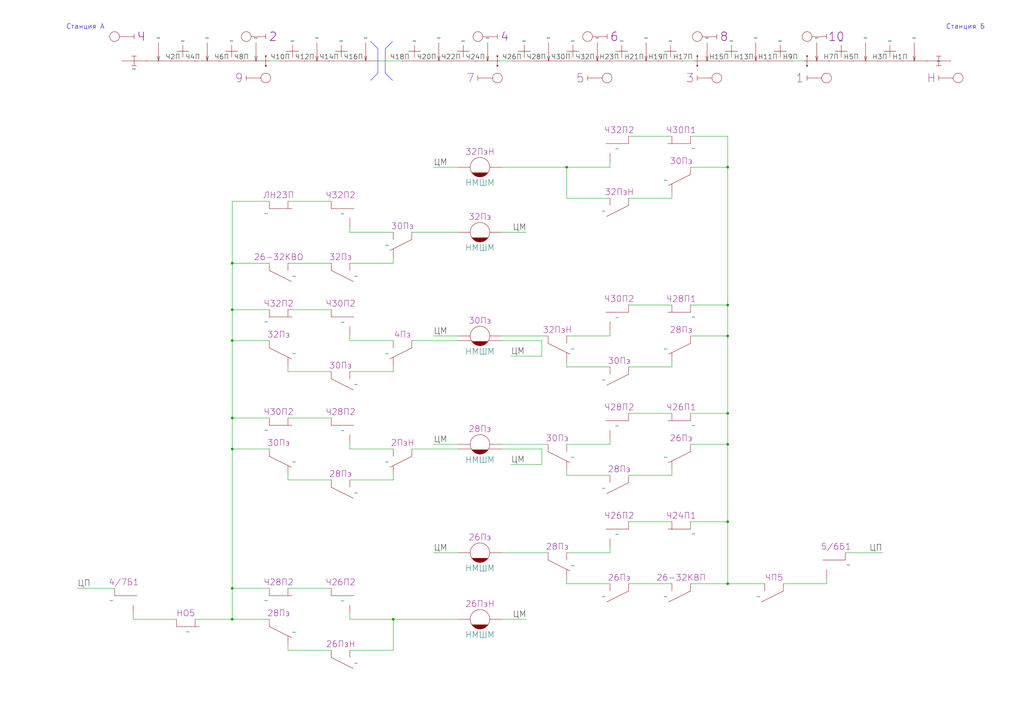
<source format=kicad_sch>
(kicad_sch (version 20250114) (generator "eeschema") (generator_version "9.0")
  (paper "A3")
  (title_block (title "Станция А") (company "МКТ РУТ (МИИТ)") (comment 1 "КП 27.02.03.03.000 ГЧ") (comment 2 "Сафранович") (comment 3 "Бузунова"))
  (lib_symbols
    (symbol "SCB:Изостык" (pin_numbers (hide yes)) (pin_names (offset 0) (hide yes))
      (symbol "Изостык_1_1"
        (unit_name "Одиночный")
        (pin unspecified line (at 0 0 90) (length 0) (name "привязка") (number ""))
      )
      (symbol "Изостык_2_1"
        (unit_name "Со светофором")
        (pin unspecified line (at -5 0 0) (length 0) (name "привязка") (number ""))
        (pin unspecified line (at 5 0 180) (length 0) (name "") (number ""))
      )
    )
    (symbol "SCB:Светофор" (pin_numbers (hide yes)) (pin_names (offset 0) (hide yes))
      (property "Литера" "?" (at 3 0 0))
    )
    (symbol "SCB:УКСПС" (pin_numbers (hide yes)) (pin_names (offset 0) (hide yes))
      (property "Литера" "?УКСПС" (at 0 6 0))
      (symbol "УКСПС_1_1"
        (unit_name "Без направления")
        (pin unspecified line (at 0 0 90) (length 0) (name "привязка") (number ""))
      )
      (symbol "УКСПС_2_1"
        (unit_name "С направлением")
        (pin unspecified line (at 0 0 90) (length 0) (name "привязка") (number ""))
      )
    )
    (symbol "SCB_Legacy:Контакт_нейтрального_якоря_НЗ_бн" (pin_numbers (hide yes)) (pin_names (hide yes))
      (property "Обозначение реле" "Н" (at 0 2.54 0))
      (symbol "Контакт_нейтрального_якоря_НЗ_бн_0_1"
        (pin bidirectional line (at -3.81 0 270) (length 3) (name "") (number "1"))
      )
      (symbol "Контакт_нейтрального_якоря_НЗ_бн_1_1"
        (unit_name "Фронтовой-Тыловой")
        (pin bidirectional line (at 3.81 0 270) (length 3) (name "") (number "2"))
        (pin bidirectional line (at 3.81 -10.16 90) (length 3.3) (name "") (number "3"))
      )
      (symbol "Контакт_нейтрального_якоря_НЗ_бн_2_1"
        (unit_name "Тыловой")
        (pin bidirectional line (at 3.81 -10.16 90) (length 3.3) (name "") (number "3"))
      )
      (symbol "Контакт_нейтрального_якоря_НЗ_бн_3_1"
        (unit_name "Фронтовой")
        (pin bidirectional line (at 3.81 0 270) (length 3) (name "") (number "2"))
      )
      (symbol "Контакт_нейтрального_якоря_НЗ_бн_4_1"
        (unit_name "Усиленный перелючающий")
        (pin bidirectional line (at -3.81 0 270) (length 3) (name "") (number "1"))
        (pin bidirectional line (at 8.89 0 180) (length 2) (name "") (number "2"))
        (pin bidirectional line (at 8.89 -10.16 180) (length 2) (name "") (number "3"))
      )
      (symbol "Контакт_нейтрального_якоря_НЗ_бн_5_1"
        (unit_name "Усиленный замыкающий")
        (pin bidirectional line (at 8.89 0 180) (length 2) (name "") (number "2"))
      )
      (symbol "Контакт_нейтрального_якоря_НЗ_бн_6_1"
        (unit_name "Усиленный размыкающий")
        (pin bidirectional line (at 8.89 -10.16 180) (length 2) (name "") (number "3"))
      )
      (symbol "Контакт_нейтрального_якоря_НЗ_бн_7_1"
        (unit_name "С магнитным гашением")
        (pin bidirectional line (at 3.81 -10.16 90) (length 3.3) (name "") (number "3"))
        (pin bidirectional line (at 12.7 0 180) (length 2) (name "") (number "2"))
      )
      (symbol "Контакт_нейтрального_якоря_НЗ_бн_8_1"
        (unit_name "С безобрывным переключением")
        (pin bidirectional line (at 3.81 0 270) (length 3) (name "") (number "2"))
        (pin bidirectional line (at 3.81 -10.16 90) (length 3.3) (name "") (number "3"))
      )
    )
    (symbol "SCB_Legacy:Контакт_нейтрального_якоря_бн" (pin_numbers (hide yes)) (pin_names (hide yes))
      (property "Обозначение реле" "Н" (at 0 2.54 0))
      (symbol "Контакт_нейтрального_якоря_бн_0_1"
        (pin bidirectional line (at -3.81 0 270) (length 3) (name "") (number "1"))
      )
      (symbol "Контакт_нейтрального_якоря_бн_1_1"
        (unit_name "Фронтовой-Тыловой")
        (pin bidirectional line (at 3.81 0 270) (length 3) (name "") (number "2"))
        (pin bidirectional line (at 3.81 -10.16 90) (length 3.3) (name "") (number "3"))
      )
      (symbol "Контакт_нейтрального_якоря_бн_2_1"
        (unit_name "Тыловой")
        (pin bidirectional line (at 3.81 -10.16 90) (length 3.3) (name "") (number "3"))
      )
      (symbol "Контакт_нейтрального_якоря_бн_3_1"
        (unit_name "Фронтовой")
        (pin bidirectional line (at 3.81 0 270) (length 3) (name "") (number "2"))
      )
      (symbol "Контакт_нейтрального_якоря_бн_4_1"
        (unit_name "Усиленный перелючающий")
        (pin bidirectional line (at -3.81 0 270) (length 3) (name "") (number "1"))
        (pin bidirectional line (at 8.89 0 180) (length 2) (name "") (number "2"))
        (pin bidirectional line (at 8.89 -10.16 180) (length 2) (name "") (number "3"))
      )
      (symbol "Контакт_нейтрального_якоря_бн_5_1"
        (unit_name "Усиленный замыкающий")
        (pin bidirectional line (at 8.89 0 180) (length 2) (name "") (number "2"))
      )
      (symbol "Контакт_нейтрального_якоря_бн_6_1"
        (unit_name "Усиленный размыкающий")
        (pin bidirectional line (at 8.89 -10.16 180) (length 2) (name "") (number "3"))
      )
      (symbol "Контакт_нейтрального_якоря_бн_7_1"
        (unit_name "С магнитным гашением")
        (pin bidirectional line (at 3.81 -10.16 90) (length 3.3) (name "") (number "3"))
        (pin bidirectional line (at 12.7 0 180) (length 2) (name "") (number "2"))
      )
      (symbol "Контакт_нейтрального_якоря_бн_8_1"
        (unit_name "С безобрывным переключением")
        (pin bidirectional line (at 3.81 0 270) (length 3) (name "") (number "2"))
        (pin bidirectional line (at 3.81 -10.16 90) (length 3.3) (name "") (number "3"))
      )
      (symbol "Контакт_нейтрального_якоря_бн_9_1"
        (unit_name "Фронтовой-тыловой термолемента")
        (pin bidirectional line (at 3.81 0 270) (length 3) (name "") (number "2"))
        (pin bidirectional line (at 3.81 -10.16 90) (length 3.3) (name "") (number "3"))
      )
      (symbol "Контакт_нейтрального_якоря_бн_10_1"
        (unit_name "Тыловой термолемента")
        (pin bidirectional line (at 3.81 -10.16 90) (length 3.3) (name "") (number "3"))
      )
      (symbol "Контакт_нейтрального_якоря_бн_11_1"
        (unit_name "Фронтовой термолемента")
        (pin bidirectional line (at 3.81 0 270) (length 3) (name "") (number "2"))
      )
    )
    (symbol "SCB_Relay:Нейтральное_с_замедлением_на_отпуск" (pin_numbers (hide yes)) (pin_names (offset 0.002) (hide yes))
      (property "Value" "НМШМ" (at 0 -6.35 0))
      (property "Обозначение реле" "Н" (at 0 6.35 0))
      (symbol "Нейтральное_с_замедлением_на_отпуск_1_1"
        (unit_name "Общее")
        (pin power_in line (at -8.89 0 0) (length 4.8) (name "") (number "1"))
        (pin power_in line (at 8.89 0 180) (length 4.8) (name "") (number "4"))
      )
      (symbol "Нейтральное_с_замедлением_на_отпуск_2_1"
        (unit_name "С раздельными")
        (pin power_in line (at -8.89 0 0) (length 4.8) (name "") (number "1"))
        (pin power_in line (at -8.89 -1.905 0) (length 5.3) (name "") (number "2"))
        (pin power_in line (at 8.89 0 180) (length 4.8) (name "") (number "3"))
        (pin power_in line (at 8.89 -1.905 180) (length 5.3) (name "") (number "4"))
      )
    )
    (symbol "SCB_АБТЦ:Генератор_Нитки"
      (symbol "Генератор_Нитки_1_1"
        (pin unspecified line (at -5 0 0) (length 0) (name "") (number ""))
        (pin unspecified line (at 5 0 180) (length 0) (name "") (number ""))
      )
    )
    (symbol "SCB_АБТЦ:Приемник_Нитки"
      (symbol "Приемник_Нитки_1_1"
        (pin unspecified line (at -5 0 0) (length 0) (name "") (number ""))
        (pin unspecified line (at 5 0 180) (length 0) (name "") (number ""))
      )
    )
    (symbol "Контакт_нейтрального_якоря_НЗ_бн_1" (pin_numbers (hide yes)) (pin_names (hide yes))
      (property "Обозначение реле" "Н" (at 0 2.54 0))
      (symbol "Контакт_нейтрального_якоря_НЗ_бн_1_0_1"
        (pin bidirectional line (at -3.81 0 270) (length 3) (name "") (number "1"))
      )
      (symbol "Контакт_нейтрального_якоря_НЗ_бн_1_1_1"
        (unit_name "Фронтовой-Тыловой")
        (pin bidirectional line (at 3.81 0 270) (length 3) (name "") (number "2"))
        (pin bidirectional line (at 3.81 -10.16 90) (length 3.3) (name "") (number "3"))
      )
      (symbol "Контакт_нейтрального_якоря_НЗ_бн_1_2_1"
        (unit_name "Тыловой")
        (pin bidirectional line (at 3.81 -10.16 90) (length 3.3) (name "") (number "3"))
      )
      (symbol "Контакт_нейтрального_якоря_НЗ_бн_1_3_1"
        (unit_name "Фронтовой")
        (pin bidirectional line (at 3.81 0 270) (length 3) (name "") (number "2"))
      )
      (symbol "Контакт_нейтрального_якоря_НЗ_бн_1_4_1"
        (unit_name "Усиленный перелючающий")
        (pin bidirectional line (at -3.81 0 270) (length 3) (name "") (number "1"))
        (pin bidirectional line (at 8.89 0 180) (length 2) (name "") (number "2"))
        (pin bidirectional line (at 8.89 -10.16 180) (length 2) (name "") (number "3"))
      )
      (symbol "Контакт_нейтрального_якоря_НЗ_бн_1_5_1"
        (unit_name "Усиленный замыкающий")
        (pin bidirectional line (at 8.89 0 180) (length 2) (name "") (number "2"))
      )
      (symbol "Контакт_нейтрального_якоря_НЗ_бн_1_6_1"
        (unit_name "Усиленный размыкающий")
        (pin bidirectional line (at 8.89 -10.16 180) (length 2) (name "") (number "3"))
      )
      (symbol "Контакт_нейтрального_якоря_НЗ_бн_1_7_1"
        (unit_name "С магнитным гашением")
        (pin bidirectional line (at 3.81 -10.16 90) (length 3.3) (name "") (number "3"))
        (pin bidirectional line (at 12.7 0 180) (length 2) (name "") (number "2"))
      )
      (symbol "Контакт_нейтрального_якоря_НЗ_бн_1_8_1"
        (unit_name "С безобрывным переключением")
        (pin bidirectional line (at 3.81 0 270) (length 3) (name "") (number "2"))
        (pin bidirectional line (at 3.81 -10.16 90) (length 3.3) (name "") (number "3"))
      )
    )
    (symbol "Контакт_нейтрального_якоря_НЗ_бн_10" (pin_numbers (hide yes)) (pin_names (hide yes))
      (property "Обозначение реле" "Н" (at 0 2.54 0))
      (symbol "Контакт_нейтрального_якоря_НЗ_бн_10_0_1"
        (pin bidirectional line (at -3.81 0 270) (length 3) (name "") (number "1"))
      )
      (symbol "Контакт_нейтрального_якоря_НЗ_бн_10_1_1"
        (unit_name "Фронтовой-Тыловой")
        (pin bidirectional line (at 3.81 0 270) (length 3) (name "") (number "2"))
        (pin bidirectional line (at 3.81 -10.16 90) (length 3.3) (name "") (number "3"))
      )
      (symbol "Контакт_нейтрального_якоря_НЗ_бн_10_2_1"
        (unit_name "Тыловой")
        (pin bidirectional line (at 3.81 -10.16 90) (length 3.3) (name "") (number "3"))
      )
      (symbol "Контакт_нейтрального_якоря_НЗ_бн_10_3_1"
        (unit_name "Фронтовой")
        (pin bidirectional line (at 3.81 0 270) (length 3) (name "") (number "2"))
      )
      (symbol "Контакт_нейтрального_якоря_НЗ_бн_10_4_1"
        (unit_name "Усиленный перелючающий")
        (pin bidirectional line (at -3.81 0 270) (length 3) (name "") (number "1"))
        (pin bidirectional line (at 8.89 0 180) (length 2) (name "") (number "2"))
        (pin bidirectional line (at 8.89 -10.16 180) (length 2) (name "") (number "3"))
      )
      (symbol "Контакт_нейтрального_якоря_НЗ_бн_10_5_1"
        (unit_name "Усиленный замыкающий")
        (pin bidirectional line (at 8.89 0 180) (length 2) (name "") (number "2"))
      )
      (symbol "Контакт_нейтрального_якоря_НЗ_бн_10_6_1"
        (unit_name "Усиленный размыкающий")
        (pin bidirectional line (at 8.89 -10.16 180) (length 2) (name "") (number "3"))
      )
      (symbol "Контакт_нейтрального_якоря_НЗ_бн_10_7_1"
        (unit_name "С магнитным гашением")
        (pin bidirectional line (at 3.81 -10.16 90) (length 3.3) (name "") (number "3"))
        (pin bidirectional line (at 12.7 0 180) (length 2) (name "") (number "2"))
      )
      (symbol "Контакт_нейтрального_якоря_НЗ_бн_10_8_1"
        (unit_name "С безобрывным переключением")
        (pin bidirectional line (at 3.81 0 270) (length 3) (name "") (number "2"))
        (pin bidirectional line (at 3.81 -10.16 90) (length 3.3) (name "") (number "3"))
      )
    )
    (symbol "Контакт_нейтрального_якоря_НЗ_бн_11" (pin_numbers (hide yes)) (pin_names (hide yes))
      (property "Обозначение реле" "Н" (at 0 2.54 0))
      (symbol "Контакт_нейтрального_якоря_НЗ_бн_11_0_1"
        (pin bidirectional line (at -3.81 0 270) (length 3) (name "") (number "1"))
      )
      (symbol "Контакт_нейтрального_якоря_НЗ_бн_11_1_1"
        (unit_name "Фронтовой-Тыловой")
        (pin bidirectional line (at 3.81 0 270) (length 3) (name "") (number "2"))
        (pin bidirectional line (at 3.81 -10.16 90) (length 3.3) (name "") (number "3"))
      )
      (symbol "Контакт_нейтрального_якоря_НЗ_бн_11_2_1"
        (unit_name "Тыловой")
        (pin bidirectional line (at 3.81 -10.16 90) (length 3.3) (name "") (number "3"))
      )
      (symbol "Контакт_нейтрального_якоря_НЗ_бн_11_3_1"
        (unit_name "Фронтовой")
        (pin bidirectional line (at 3.81 0 270) (length 3) (name "") (number "2"))
      )
      (symbol "Контакт_нейтрального_якоря_НЗ_бн_11_4_1"
        (unit_name "Усиленный перелючающий")
        (pin bidirectional line (at -3.81 0 270) (length 3) (name "") (number "1"))
        (pin bidirectional line (at 8.89 0 180) (length 2) (name "") (number "2"))
        (pin bidirectional line (at 8.89 -10.16 180) (length 2) (name "") (number "3"))
      )
      (symbol "Контакт_нейтрального_якоря_НЗ_бн_11_5_1"
        (unit_name "Усиленный замыкающий")
        (pin bidirectional line (at 8.89 0 180) (length 2) (name "") (number "2"))
      )
      (symbol "Контакт_нейтрального_якоря_НЗ_бн_11_6_1"
        (unit_name "Усиленный размыкающий")
        (pin bidirectional line (at 8.89 -10.16 180) (length 2) (name "") (number "3"))
      )
      (symbol "Контакт_нейтрального_якоря_НЗ_бн_11_7_1"
        (unit_name "С магнитным гашением")
        (pin bidirectional line (at 3.81 -10.16 90) (length 3.3) (name "") (number "3"))
        (pin bidirectional line (at 12.7 0 180) (length 2) (name "") (number "2"))
      )
      (symbol "Контакт_нейтрального_якоря_НЗ_бн_11_8_1"
        (unit_name "С безобрывным переключением")
        (pin bidirectional line (at 3.81 0 270) (length 3) (name "") (number "2"))
        (pin bidirectional line (at 3.81 -10.16 90) (length 3.3) (name "") (number "3"))
      )
    )
    (symbol "Контакт_нейтрального_якоря_НЗ_бн_12" (pin_numbers (hide yes)) (pin_names (hide yes))
      (property "Обозначение реле" "Н" (at 0 2.54 0))
      (symbol "Контакт_нейтрального_якоря_НЗ_бн_12_0_1"
        (pin bidirectional line (at -3.81 0 270) (length 3) (name "") (number "1"))
      )
      (symbol "Контакт_нейтрального_якоря_НЗ_бн_12_1_1"
        (unit_name "Фронтовой-Тыловой")
        (pin bidirectional line (at 3.81 0 270) (length 3) (name "") (number "2"))
        (pin bidirectional line (at 3.81 -10.16 90) (length 3.3) (name "") (number "3"))
      )
      (symbol "Контакт_нейтрального_якоря_НЗ_бн_12_2_1"
        (unit_name "Тыловой")
        (pin bidirectional line (at 3.81 -10.16 90) (length 3.3) (name "") (number "3"))
      )
      (symbol "Контакт_нейтрального_якоря_НЗ_бн_12_3_1"
        (unit_name "Фронтовой")
        (pin bidirectional line (at 3.81 0 270) (length 3) (name "") (number "2"))
      )
      (symbol "Контакт_нейтрального_якоря_НЗ_бн_12_4_1"
        (unit_name "Усиленный перелючающий")
        (pin bidirectional line (at -3.81 0 270) (length 3) (name "") (number "1"))
        (pin bidirectional line (at 8.89 0 180) (length 2) (name "") (number "2"))
        (pin bidirectional line (at 8.89 -10.16 180) (length 2) (name "") (number "3"))
      )
      (symbol "Контакт_нейтрального_якоря_НЗ_бн_12_5_1"
        (unit_name "Усиленный замыкающий")
        (pin bidirectional line (at 8.89 0 180) (length 2) (name "") (number "2"))
      )
      (symbol "Контакт_нейтрального_якоря_НЗ_бн_12_6_1"
        (unit_name "Усиленный размыкающий")
        (pin bidirectional line (at 8.89 -10.16 180) (length 2) (name "") (number "3"))
      )
      (symbol "Контакт_нейтрального_якоря_НЗ_бн_12_7_1"
        (unit_name "С магнитным гашением")
        (pin bidirectional line (at 3.81 -10.16 90) (length 3.3) (name "") (number "3"))
        (pin bidirectional line (at 12.7 0 180) (length 2) (name "") (number "2"))
      )
      (symbol "Контакт_нейтрального_якоря_НЗ_бн_12_8_1"
        (unit_name "С безобрывным переключением")
        (pin bidirectional line (at 3.81 0 270) (length 3) (name "") (number "2"))
        (pin bidirectional line (at 3.81 -10.16 90) (length 3.3) (name "") (number "3"))
      )
    )
    (symbol "Контакт_нейтрального_якоря_НЗ_бн_13" (pin_numbers (hide yes)) (pin_names (hide yes))
      (property "Обозначение реле" "Н" (at 0 2.54 0))
      (symbol "Контакт_нейтрального_якоря_НЗ_бн_13_0_1"
        (pin bidirectional line (at -3.81 0 270) (length 3) (name "") (number "1"))
      )
      (symbol "Контакт_нейтрального_якоря_НЗ_бн_13_1_1"
        (unit_name "Фронтовой-Тыловой")
        (pin bidirectional line (at 3.81 0 270) (length 3) (name "") (number "2"))
        (pin bidirectional line (at 3.81 -10.16 90) (length 3.3) (name "") (number "3"))
      )
      (symbol "Контакт_нейтрального_якоря_НЗ_бн_13_2_1"
        (unit_name "Тыловой")
        (pin bidirectional line (at 3.81 -10.16 90) (length 3.3) (name "") (number "3"))
      )
      (symbol "Контакт_нейтрального_якоря_НЗ_бн_13_3_1"
        (unit_name "Фронтовой")
        (pin bidirectional line (at 3.81 0 270) (length 3) (name "") (number "2"))
      )
      (symbol "Контакт_нейтрального_якоря_НЗ_бн_13_4_1"
        (unit_name "Усиленный перелючающий")
        (pin bidirectional line (at -3.81 0 270) (length 3) (name "") (number "1"))
        (pin bidirectional line (at 8.89 0 180) (length 2) (name "") (number "2"))
        (pin bidirectional line (at 8.89 -10.16 180) (length 2) (name "") (number "3"))
      )
      (symbol "Контакт_нейтрального_якоря_НЗ_бн_13_5_1"
        (unit_name "Усиленный замыкающий")
        (pin bidirectional line (at 8.89 0 180) (length 2) (name "") (number "2"))
      )
      (symbol "Контакт_нейтрального_якоря_НЗ_бн_13_6_1"
        (unit_name "Усиленный размыкающий")
        (pin bidirectional line (at 8.89 -10.16 180) (length 2) (name "") (number "3"))
      )
      (symbol "Контакт_нейтрального_якоря_НЗ_бн_13_7_1"
        (unit_name "С магнитным гашением")
        (pin bidirectional line (at 3.81 -10.16 90) (length 3.3) (name "") (number "3"))
        (pin bidirectional line (at 12.7 0 180) (length 2) (name "") (number "2"))
      )
      (symbol "Контакт_нейтрального_якоря_НЗ_бн_13_8_1"
        (unit_name "С безобрывным переключением")
        (pin bidirectional line (at 3.81 0 270) (length 3) (name "") (number "2"))
        (pin bidirectional line (at 3.81 -10.16 90) (length 3.3) (name "") (number "3"))
      )
    )
    (symbol "Контакт_нейтрального_якоря_НЗ_бн_14" (pin_numbers (hide yes)) (pin_names (hide yes))
      (property "Обозначение реле" "Н" (at 0 2.54 0))
      (symbol "Контакт_нейтрального_якоря_НЗ_бн_14_0_1"
        (pin bidirectional line (at -3.81 0 270) (length 3) (name "") (number "1"))
      )
      (symbol "Контакт_нейтрального_якоря_НЗ_бн_14_1_1"
        (unit_name "Фронтовой-Тыловой")
        (pin bidirectional line (at 3.81 0 270) (length 3) (name "") (number "2"))
        (pin bidirectional line (at 3.81 -10.16 90) (length 3.3) (name "") (number "3"))
      )
      (symbol "Контакт_нейтрального_якоря_НЗ_бн_14_2_1"
        (unit_name "Тыловой")
        (pin bidirectional line (at 3.81 -10.16 90) (length 3.3) (name "") (number "3"))
      )
      (symbol "Контакт_нейтрального_якоря_НЗ_бн_14_3_1"
        (unit_name "Фронтовой")
        (pin bidirectional line (at 3.81 0 270) (length 3) (name "") (number "2"))
      )
      (symbol "Контакт_нейтрального_якоря_НЗ_бн_14_4_1"
        (unit_name "Усиленный перелючающий")
        (pin bidirectional line (at -3.81 0 270) (length 3) (name "") (number "1"))
        (pin bidirectional line (at 8.89 0 180) (length 2) (name "") (number "2"))
        (pin bidirectional line (at 8.89 -10.16 180) (length 2) (name "") (number "3"))
      )
      (symbol "Контакт_нейтрального_якоря_НЗ_бн_14_5_1"
        (unit_name "Усиленный замыкающий")
        (pin bidirectional line (at 8.89 0 180) (length 2) (name "") (number "2"))
      )
      (symbol "Контакт_нейтрального_якоря_НЗ_бн_14_6_1"
        (unit_name "Усиленный размыкающий")
        (pin bidirectional line (at 8.89 -10.16 180) (length 2) (name "") (number "3"))
      )
      (symbol "Контакт_нейтрального_якоря_НЗ_бн_14_7_1"
        (unit_name "С магнитным гашением")
        (pin bidirectional line (at 3.81 -10.16 90) (length 3.3) (name "") (number "3"))
        (pin bidirectional line (at 12.7 0 180) (length 2) (name "") (number "2"))
      )
      (symbol "Контакт_нейтрального_якоря_НЗ_бн_14_8_1"
        (unit_name "С безобрывным переключением")
        (pin bidirectional line (at 3.81 0 270) (length 3) (name "") (number "2"))
        (pin bidirectional line (at 3.81 -10.16 90) (length 3.3) (name "") (number "3"))
      )
    )
    (symbol "Контакт_нейтрального_якоря_НЗ_бн_15" (pin_numbers (hide yes)) (pin_names (hide yes))
      (property "Обозначение реле" "Н" (at 0 2.54 0))
      (symbol "Контакт_нейтрального_якоря_НЗ_бн_15_0_1"
        (pin bidirectional line (at -3.81 0 270) (length 3) (name "") (number "1"))
      )
      (symbol "Контакт_нейтрального_якоря_НЗ_бн_15_1_1"
        (unit_name "Фронтовой-Тыловой")
        (pin bidirectional line (at 3.81 0 270) (length 3) (name "") (number "2"))
        (pin bidirectional line (at 3.81 -10.16 90) (length 3.3) (name "") (number "3"))
      )
      (symbol "Контакт_нейтрального_якоря_НЗ_бн_15_2_1"
        (unit_name "Тыловой")
        (pin bidirectional line (at 3.81 -10.16 90) (length 3.3) (name "") (number "3"))
      )
      (symbol "Контакт_нейтрального_якоря_НЗ_бн_15_3_1"
        (unit_name "Фронтовой")
        (pin bidirectional line (at 3.81 0 270) (length 3) (name "") (number "2"))
      )
      (symbol "Контакт_нейтрального_якоря_НЗ_бн_15_4_1"
        (unit_name "Усиленный перелючающий")
        (pin bidirectional line (at -3.81 0 270) (length 3) (name "") (number "1"))
        (pin bidirectional line (at 8.89 0 180) (length 2) (name "") (number "2"))
        (pin bidirectional line (at 8.89 -10.16 180) (length 2) (name "") (number "3"))
      )
      (symbol "Контакт_нейтрального_якоря_НЗ_бн_15_5_1"
        (unit_name "Усиленный замыкающий")
        (pin bidirectional line (at 8.89 0 180) (length 2) (name "") (number "2"))
      )
      (symbol "Контакт_нейтрального_якоря_НЗ_бн_15_6_1"
        (unit_name "Усиленный размыкающий")
        (pin bidirectional line (at 8.89 -10.16 180) (length 2) (name "") (number "3"))
      )
      (symbol "Контакт_нейтрального_якоря_НЗ_бн_15_7_1"
        (unit_name "С магнитным гашением")
        (pin bidirectional line (at 3.81 -10.16 90) (length 3.3) (name "") (number "3"))
        (pin bidirectional line (at 12.7 0 180) (length 2) (name "") (number "2"))
      )
      (symbol "Контакт_нейтрального_якоря_НЗ_бн_15_8_1"
        (unit_name "С безобрывным переключением")
        (pin bidirectional line (at 3.81 0 270) (length 3) (name "") (number "2"))
        (pin bidirectional line (at 3.81 -10.16 90) (length 3.3) (name "") (number "3"))
      )
    )
    (symbol "Контакт_нейтрального_якоря_НЗ_бн_16" (pin_numbers (hide yes)) (pin_names (hide yes))
      (property "Обозначение реле" "Н" (at 0 2.54 0))
      (symbol "Контакт_нейтрального_якоря_НЗ_бн_16_0_1"
        (pin bidirectional line (at -3.81 0 270) (length 3) (name "") (number "1"))
      )
      (symbol "Контакт_нейтрального_якоря_НЗ_бн_16_1_1"
        (unit_name "Фронтовой-Тыловой")
        (pin bidirectional line (at 3.81 0 270) (length 3) (name "") (number "2"))
        (pin bidirectional line (at 3.81 -10.16 90) (length 3.3) (name "") (number "3"))
      )
      (symbol "Контакт_нейтрального_якоря_НЗ_бн_16_2_1"
        (unit_name "Тыловой")
        (pin bidirectional line (at 3.81 -10.16 90) (length 3.3) (name "") (number "3"))
      )
      (symbol "Контакт_нейтрального_якоря_НЗ_бн_16_3_1"
        (unit_name "Фронтовой")
        (pin bidirectional line (at 3.81 0 270) (length 3) (name "") (number "2"))
      )
      (symbol "Контакт_нейтрального_якоря_НЗ_бн_16_4_1"
        (unit_name "Усиленный перелючающий")
        (pin bidirectional line (at -3.81 0 270) (length 3) (name "") (number "1"))
        (pin bidirectional line (at 8.89 0 180) (length 2) (name "") (number "2"))
        (pin bidirectional line (at 8.89 -10.16 180) (length 2) (name "") (number "3"))
      )
      (symbol "Контакт_нейтрального_якоря_НЗ_бн_16_5_1"
        (unit_name "Усиленный замыкающий")
        (pin bidirectional line (at 8.89 0 180) (length 2) (name "") (number "2"))
      )
      (symbol "Контакт_нейтрального_якоря_НЗ_бн_16_6_1"
        (unit_name "Усиленный размыкающий")
        (pin bidirectional line (at 8.89 -10.16 180) (length 2) (name "") (number "3"))
      )
      (symbol "Контакт_нейтрального_якоря_НЗ_бн_16_7_1"
        (unit_name "С магнитным гашением")
        (pin bidirectional line (at 3.81 -10.16 90) (length 3.3) (name "") (number "3"))
        (pin bidirectional line (at 12.7 0 180) (length 2) (name "") (number "2"))
      )
      (symbol "Контакт_нейтрального_якоря_НЗ_бн_16_8_1"
        (unit_name "С безобрывным переключением")
        (pin bidirectional line (at 3.81 0 270) (length 3) (name "") (number "2"))
        (pin bidirectional line (at 3.81 -10.16 90) (length 3.3) (name "") (number "3"))
      )
    )
    (symbol "Контакт_нейтрального_якоря_НЗ_бн_17" (pin_numbers (hide yes)) (pin_names (hide yes))
      (property "Обозначение реле" "Н" (at 0 2.54 0))
      (symbol "Контакт_нейтрального_якоря_НЗ_бн_17_0_1"
        (pin bidirectional line (at -3.81 0 270) (length 3) (name "") (number "1"))
      )
      (symbol "Контакт_нейтрального_якоря_НЗ_бн_17_1_1"
        (unit_name "Фронтовой-Тыловой")
        (pin bidirectional line (at 3.81 0 270) (length 3) (name "") (number "2"))
        (pin bidirectional line (at 3.81 -10.16 90) (length 3.3) (name "") (number "3"))
      )
      (symbol "Контакт_нейтрального_якоря_НЗ_бн_17_2_1"
        (unit_name "Тыловой")
        (pin bidirectional line (at 3.81 -10.16 90) (length 3.3) (name "") (number "3"))
      )
      (symbol "Контакт_нейтрального_якоря_НЗ_бн_17_3_1"
        (unit_name "Фронтовой")
        (pin bidirectional line (at 3.81 0 270) (length 3) (name "") (number "2"))
      )
      (symbol "Контакт_нейтрального_якоря_НЗ_бн_17_4_1"
        (unit_name "Усиленный перелючающий")
        (pin bidirectional line (at -3.81 0 270) (length 3) (name "") (number "1"))
        (pin bidirectional line (at 8.89 0 180) (length 2) (name "") (number "2"))
        (pin bidirectional line (at 8.89 -10.16 180) (length 2) (name "") (number "3"))
      )
      (symbol "Контакт_нейтрального_якоря_НЗ_бн_17_5_1"
        (unit_name "Усиленный замыкающий")
        (pin bidirectional line (at 8.89 0 180) (length 2) (name "") (number "2"))
      )
      (symbol "Контакт_нейтрального_якоря_НЗ_бн_17_6_1"
        (unit_name "Усиленный размыкающий")
        (pin bidirectional line (at 8.89 -10.16 180) (length 2) (name "") (number "3"))
      )
      (symbol "Контакт_нейтрального_якоря_НЗ_бн_17_7_1"
        (unit_name "С магнитным гашением")
        (pin bidirectional line (at 3.81 -10.16 90) (length 3.3) (name "") (number "3"))
        (pin bidirectional line (at 12.7 0 180) (length 2) (name "") (number "2"))
      )
      (symbol "Контакт_нейтрального_якоря_НЗ_бн_17_8_1"
        (unit_name "С безобрывным переключением")
        (pin bidirectional line (at 3.81 0 270) (length 3) (name "") (number "2"))
        (pin bidirectional line (at 3.81 -10.16 90) (length 3.3) (name "") (number "3"))
      )
    )
    (symbol "Контакт_нейтрального_якоря_НЗ_бн_18" (pin_numbers (hide yes)) (pin_names (hide yes))
      (property "Обозначение реле" "Н" (at 0 2.54 0))
      (symbol "Контакт_нейтрального_якоря_НЗ_бн_18_0_1"
        (pin bidirectional line (at -3.81 0 270) (length 3) (name "") (number "1"))
      )
      (symbol "Контакт_нейтрального_якоря_НЗ_бн_18_1_1"
        (unit_name "Фронтовой-Тыловой")
        (pin bidirectional line (at 3.81 0 270) (length 3) (name "") (number "2"))
        (pin bidirectional line (at 3.81 -10.16 90) (length 3.3) (name "") (number "3"))
      )
      (symbol "Контакт_нейтрального_якоря_НЗ_бн_18_2_1"
        (unit_name "Тыловой")
        (pin bidirectional line (at 3.81 -10.16 90) (length 3.3) (name "") (number "3"))
      )
      (symbol "Контакт_нейтрального_якоря_НЗ_бн_18_3_1"
        (unit_name "Фронтовой")
        (pin bidirectional line (at 3.81 0 270) (length 3) (name "") (number "2"))
      )
      (symbol "Контакт_нейтрального_якоря_НЗ_бн_18_4_1"
        (unit_name "Усиленный перелючающий")
        (pin bidirectional line (at -3.81 0 270) (length 3) (name "") (number "1"))
        (pin bidirectional line (at 8.89 0 180) (length 2) (name "") (number "2"))
        (pin bidirectional line (at 8.89 -10.16 180) (length 2) (name "") (number "3"))
      )
      (symbol "Контакт_нейтрального_якоря_НЗ_бн_18_5_1"
        (unit_name "Усиленный замыкающий")
        (pin bidirectional line (at 8.89 0 180) (length 2) (name "") (number "2"))
      )
      (symbol "Контакт_нейтрального_якоря_НЗ_бн_18_6_1"
        (unit_name "Усиленный размыкающий")
        (pin bidirectional line (at 8.89 -10.16 180) (length 2) (name "") (number "3"))
      )
      (symbol "Контакт_нейтрального_якоря_НЗ_бн_18_7_1"
        (unit_name "С магнитным гашением")
        (pin bidirectional line (at 3.81 -10.16 90) (length 3.3) (name "") (number "3"))
        (pin bidirectional line (at 12.7 0 180) (length 2) (name "") (number "2"))
      )
      (symbol "Контакт_нейтрального_якоря_НЗ_бн_18_8_1"
        (unit_name "С безобрывным переключением")
        (pin bidirectional line (at 3.81 0 270) (length 3) (name "") (number "2"))
        (pin bidirectional line (at 3.81 -10.16 90) (length 3.3) (name "") (number "3"))
      )
    )
    (symbol "Контакт_нейтрального_якоря_НЗ_бн_2" (pin_numbers (hide yes)) (pin_names (hide yes))
      (property "Обозначение реле" "Н" (at 0 2.54 0))
      (symbol "Контакт_нейтрального_якоря_НЗ_бн_2_0_1"
        (pin bidirectional line (at -3.81 0 270) (length 3) (name "") (number "1"))
      )
      (symbol "Контакт_нейтрального_якоря_НЗ_бн_2_1_1"
        (unit_name "Фронтовой-Тыловой")
        (pin bidirectional line (at 3.81 0 270) (length 3) (name "") (number "2"))
        (pin bidirectional line (at 3.81 -10.16 90) (length 3.3) (name "") (number "3"))
      )
      (symbol "Контакт_нейтрального_якоря_НЗ_бн_2_2_1"
        (unit_name "Тыловой")
        (pin bidirectional line (at 3.81 -10.16 90) (length 3.3) (name "") (number "3"))
      )
      (symbol "Контакт_нейтрального_якоря_НЗ_бн_2_3_1"
        (unit_name "Фронтовой")
        (pin bidirectional line (at 3.81 0 270) (length 3) (name "") (number "2"))
      )
      (symbol "Контакт_нейтрального_якоря_НЗ_бн_2_4_1"
        (unit_name "Усиленный перелючающий")
        (pin bidirectional line (at -3.81 0 270) (length 3) (name "") (number "1"))
        (pin bidirectional line (at 8.89 0 180) (length 2) (name "") (number "2"))
        (pin bidirectional line (at 8.89 -10.16 180) (length 2) (name "") (number "3"))
      )
      (symbol "Контакт_нейтрального_якоря_НЗ_бн_2_5_1"
        (unit_name "Усиленный замыкающий")
        (pin bidirectional line (at 8.89 0 180) (length 2) (name "") (number "2"))
      )
      (symbol "Контакт_нейтрального_якоря_НЗ_бн_2_6_1"
        (unit_name "Усиленный размыкающий")
        (pin bidirectional line (at 8.89 -10.16 180) (length 2) (name "") (number "3"))
      )
      (symbol "Контакт_нейтрального_якоря_НЗ_бн_2_7_1"
        (unit_name "С магнитным гашением")
        (pin bidirectional line (at 3.81 -10.16 90) (length 3.3) (name "") (number "3"))
        (pin bidirectional line (at 12.7 0 180) (length 2) (name "") (number "2"))
      )
      (symbol "Контакт_нейтрального_якоря_НЗ_бн_2_8_1"
        (unit_name "С безобрывным переключением")
        (pin bidirectional line (at 3.81 0 270) (length 3) (name "") (number "2"))
        (pin bidirectional line (at 3.81 -10.16 90) (length 3.3) (name "") (number "3"))
      )
    )
    (symbol "Контакт_нейтрального_якоря_НЗ_бн_3" (pin_numbers (hide yes)) (pin_names (hide yes))
      (property "Обозначение реле" "Н" (at 0 2.54 0))
      (symbol "Контакт_нейтрального_якоря_НЗ_бн_3_0_1"
        (pin bidirectional line (at -3.81 0 270) (length 3) (name "") (number "1"))
      )
      (symbol "Контакт_нейтрального_якоря_НЗ_бн_3_1_1"
        (unit_name "Фронтовой-Тыловой")
        (pin bidirectional line (at 3.81 0 270) (length 3) (name "") (number "2"))
        (pin bidirectional line (at 3.81 -10.16 90) (length 3.3) (name "") (number "3"))
      )
      (symbol "Контакт_нейтрального_якоря_НЗ_бн_3_2_1"
        (unit_name "Тыловой")
        (pin bidirectional line (at 3.81 -10.16 90) (length 3.3) (name "") (number "3"))
      )
      (symbol "Контакт_нейтрального_якоря_НЗ_бн_3_3_1"
        (unit_name "Фронтовой")
        (pin bidirectional line (at 3.81 0 270) (length 3) (name "") (number "2"))
      )
      (symbol "Контакт_нейтрального_якоря_НЗ_бн_3_4_1"
        (unit_name "Усиленный перелючающий")
        (pin bidirectional line (at -3.81 0 270) (length 3) (name "") (number "1"))
        (pin bidirectional line (at 8.89 0 180) (length 2) (name "") (number "2"))
        (pin bidirectional line (at 8.89 -10.16 180) (length 2) (name "") (number "3"))
      )
      (symbol "Контакт_нейтрального_якоря_НЗ_бн_3_5_1"
        (unit_name "Усиленный замыкающий")
        (pin bidirectional line (at 8.89 0 180) (length 2) (name "") (number "2"))
      )
      (symbol "Контакт_нейтрального_якоря_НЗ_бн_3_6_1"
        (unit_name "Усиленный размыкающий")
        (pin bidirectional line (at 8.89 -10.16 180) (length 2) (name "") (number "3"))
      )
      (symbol "Контакт_нейтрального_якоря_НЗ_бн_3_7_1"
        (unit_name "С магнитным гашением")
        (pin bidirectional line (at 3.81 -10.16 90) (length 3.3) (name "") (number "3"))
        (pin bidirectional line (at 12.7 0 180) (length 2) (name "") (number "2"))
      )
      (symbol "Контакт_нейтрального_якоря_НЗ_бн_3_8_1"
        (unit_name "С безобрывным переключением")
        (pin bidirectional line (at 3.81 0 270) (length 3) (name "") (number "2"))
        (pin bidirectional line (at 3.81 -10.16 90) (length 3.3) (name "") (number "3"))
      )
    )
    (symbol "Контакт_нейтрального_якоря_НЗ_бн_4" (pin_numbers (hide yes)) (pin_names (hide yes))
      (property "Обозначение реле" "Н" (at 0 2.54 0))
      (symbol "Контакт_нейтрального_якоря_НЗ_бн_4_0_1"
        (pin bidirectional line (at -3.81 0 270) (length 3) (name "") (number "1"))
      )
      (symbol "Контакт_нейтрального_якоря_НЗ_бн_4_1_1"
        (unit_name "Фронтовой-Тыловой")
        (pin bidirectional line (at 3.81 0 270) (length 3) (name "") (number "2"))
        (pin bidirectional line (at 3.81 -10.16 90) (length 3.3) (name "") (number "3"))
      )
      (symbol "Контакт_нейтрального_якоря_НЗ_бн_4_2_1"
        (unit_name "Тыловой")
        (pin bidirectional line (at 3.81 -10.16 90) (length 3.3) (name "") (number "3"))
      )
      (symbol "Контакт_нейтрального_якоря_НЗ_бн_4_3_1"
        (unit_name "Фронтовой")
        (pin bidirectional line (at 3.81 0 270) (length 3) (name "") (number "2"))
      )
      (symbol "Контакт_нейтрального_якоря_НЗ_бн_4_4_1"
        (unit_name "Усиленный перелючающий")
        (pin bidirectional line (at -3.81 0 270) (length 3) (name "") (number "1"))
        (pin bidirectional line (at 8.89 0 180) (length 2) (name "") (number "2"))
        (pin bidirectional line (at 8.89 -10.16 180) (length 2) (name "") (number "3"))
      )
      (symbol "Контакт_нейтрального_якоря_НЗ_бн_4_5_1"
        (unit_name "Усиленный замыкающий")
        (pin bidirectional line (at 8.89 0 180) (length 2) (name "") (number "2"))
      )
      (symbol "Контакт_нейтрального_якоря_НЗ_бн_4_6_1"
        (unit_name "Усиленный размыкающий")
        (pin bidirectional line (at 8.89 -10.16 180) (length 2) (name "") (number "3"))
      )
      (symbol "Контакт_нейтрального_якоря_НЗ_бн_4_7_1"
        (unit_name "С магнитным гашением")
        (pin bidirectional line (at 3.81 -10.16 90) (length 3.3) (name "") (number "3"))
        (pin bidirectional line (at 12.7 0 180) (length 2) (name "") (number "2"))
      )
      (symbol "Контакт_нейтрального_якоря_НЗ_бн_4_8_1"
        (unit_name "С безобрывным переключением")
        (pin bidirectional line (at 3.81 0 270) (length 3) (name "") (number "2"))
        (pin bidirectional line (at 3.81 -10.16 90) (length 3.3) (name "") (number "3"))
      )
    )
    (symbol "Контакт_нейтрального_якоря_НЗ_бн_5" (pin_numbers (hide yes)) (pin_names (hide yes))
      (property "Обозначение реле" "Н" (at 0 2.54 0))
      (symbol "Контакт_нейтрального_якоря_НЗ_бн_5_0_1"
        (pin bidirectional line (at -3.81 0 270) (length 3) (name "") (number "1"))
      )
      (symbol "Контакт_нейтрального_якоря_НЗ_бн_5_1_1"
        (unit_name "Фронтовой-Тыловой")
        (pin bidirectional line (at 3.81 0 270) (length 3) (name "") (number "2"))
        (pin bidirectional line (at 3.81 -10.16 90) (length 3.3) (name "") (number "3"))
      )
      (symbol "Контакт_нейтрального_якоря_НЗ_бн_5_2_1"
        (unit_name "Тыловой")
        (pin bidirectional line (at 3.81 -10.16 90) (length 3.3) (name "") (number "3"))
      )
      (symbol "Контакт_нейтрального_якоря_НЗ_бн_5_3_1"
        (unit_name "Фронтовой")
        (pin bidirectional line (at 3.81 0 270) (length 3) (name "") (number "2"))
      )
      (symbol "Контакт_нейтрального_якоря_НЗ_бн_5_4_1"
        (unit_name "Усиленный перелючающий")
        (pin bidirectional line (at -3.81 0 270) (length 3) (name "") (number "1"))
        (pin bidirectional line (at 8.89 0 180) (length 2) (name "") (number "2"))
        (pin bidirectional line (at 8.89 -10.16 180) (length 2) (name "") (number "3"))
      )
      (symbol "Контакт_нейтрального_якоря_НЗ_бн_5_5_1"
        (unit_name "Усиленный замыкающий")
        (pin bidirectional line (at 8.89 0 180) (length 2) (name "") (number "2"))
      )
      (symbol "Контакт_нейтрального_якоря_НЗ_бн_5_6_1"
        (unit_name "Усиленный размыкающий")
        (pin bidirectional line (at 8.89 -10.16 180) (length 2) (name "") (number "3"))
      )
      (symbol "Контакт_нейтрального_якоря_НЗ_бн_5_7_1"
        (unit_name "С магнитным гашением")
        (pin bidirectional line (at 3.81 -10.16 90) (length 3.3) (name "") (number "3"))
        (pin bidirectional line (at 12.7 0 180) (length 2) (name "") (number "2"))
      )
      (symbol "Контакт_нейтрального_якоря_НЗ_бн_5_8_1"
        (unit_name "С безобрывным переключением")
        (pin bidirectional line (at 3.81 0 270) (length 3) (name "") (number "2"))
        (pin bidirectional line (at 3.81 -10.16 90) (length 3.3) (name "") (number "3"))
      )
    )
    (symbol "Контакт_нейтрального_якоря_НЗ_бн_6" (pin_numbers (hide yes)) (pin_names (hide yes))
      (property "Обозначение реле" "Н" (at 0 2.54 0))
      (symbol "Контакт_нейтрального_якоря_НЗ_бн_6_0_1"
        (pin bidirectional line (at -3.81 0 270) (length 3) (name "") (number "1"))
      )
      (symbol "Контакт_нейтрального_якоря_НЗ_бн_6_1_1"
        (unit_name "Фронтовой-Тыловой")
        (pin bidirectional line (at 3.81 0 270) (length 3) (name "") (number "2"))
        (pin bidirectional line (at 3.81 -10.16 90) (length 3.3) (name "") (number "3"))
      )
      (symbol "Контакт_нейтрального_якоря_НЗ_бн_6_2_1"
        (unit_name "Тыловой")
        (pin bidirectional line (at 3.81 -10.16 90) (length 3.3) (name "") (number "3"))
      )
      (symbol "Контакт_нейтрального_якоря_НЗ_бн_6_3_1"
        (unit_name "Фронтовой")
        (pin bidirectional line (at 3.81 0 270) (length 3) (name "") (number "2"))
      )
      (symbol "Контакт_нейтрального_якоря_НЗ_бн_6_4_1"
        (unit_name "Усиленный перелючающий")
        (pin bidirectional line (at -3.81 0 270) (length 3) (name "") (number "1"))
        (pin bidirectional line (at 8.89 0 180) (length 2) (name "") (number "2"))
        (pin bidirectional line (at 8.89 -10.16 180) (length 2) (name "") (number "3"))
      )
      (symbol "Контакт_нейтрального_якоря_НЗ_бн_6_5_1"
        (unit_name "Усиленный замыкающий")
        (pin bidirectional line (at 8.89 0 180) (length 2) (name "") (number "2"))
      )
      (symbol "Контакт_нейтрального_якоря_НЗ_бн_6_6_1"
        (unit_name "Усиленный размыкающий")
        (pin bidirectional line (at 8.89 -10.16 180) (length 2) (name "") (number "3"))
      )
      (symbol "Контакт_нейтрального_якоря_НЗ_бн_6_7_1"
        (unit_name "С магнитным гашением")
        (pin bidirectional line (at 3.81 -10.16 90) (length 3.3) (name "") (number "3"))
        (pin bidirectional line (at 12.7 0 180) (length 2) (name "") (number "2"))
      )
      (symbol "Контакт_нейтрального_якоря_НЗ_бн_6_8_1"
        (unit_name "С безобрывным переключением")
        (pin bidirectional line (at 3.81 0 270) (length 3) (name "") (number "2"))
        (pin bidirectional line (at 3.81 -10.16 90) (length 3.3) (name "") (number "3"))
      )
    )
    (symbol "Контакт_нейтрального_якоря_НЗ_бн_7" (pin_numbers (hide yes)) (pin_names (hide yes))
      (property "Обозначение реле" "Н" (at 0 2.54 0))
      (symbol "Контакт_нейтрального_якоря_НЗ_бн_7_0_1"
        (pin bidirectional line (at -3.81 0 270) (length 3) (name "") (number "1"))
      )
      (symbol "Контакт_нейтрального_якоря_НЗ_бн_7_1_1"
        (unit_name "Фронтовой-Тыловой")
        (pin bidirectional line (at 3.81 0 270) (length 3) (name "") (number "2"))
        (pin bidirectional line (at 3.81 -10.16 90) (length 3.3) (name "") (number "3"))
      )
      (symbol "Контакт_нейтрального_якоря_НЗ_бн_7_2_1"
        (unit_name "Тыловой")
        (pin bidirectional line (at 3.81 -10.16 90) (length 3.3) (name "") (number "3"))
      )
      (symbol "Контакт_нейтрального_якоря_НЗ_бн_7_3_1"
        (unit_name "Фронтовой")
        (pin bidirectional line (at 3.81 0 270) (length 3) (name "") (number "2"))
      )
      (symbol "Контакт_нейтрального_якоря_НЗ_бн_7_4_1"
        (unit_name "Усиленный перелючающий")
        (pin bidirectional line (at -3.81 0 270) (length 3) (name "") (number "1"))
        (pin bidirectional line (at 8.89 0 180) (length 2) (name "") (number "2"))
        (pin bidirectional line (at 8.89 -10.16 180) (length 2) (name "") (number "3"))
      )
      (symbol "Контакт_нейтрального_якоря_НЗ_бн_7_5_1"
        (unit_name "Усиленный замыкающий")
        (pin bidirectional line (at 8.89 0 180) (length 2) (name "") (number "2"))
      )
      (symbol "Контакт_нейтрального_якоря_НЗ_бн_7_6_1"
        (unit_name "Усиленный размыкающий")
        (pin bidirectional line (at 8.89 -10.16 180) (length 2) (name "") (number "3"))
      )
      (symbol "Контакт_нейтрального_якоря_НЗ_бн_7_7_1"
        (unit_name "С магнитным гашением")
        (pin bidirectional line (at 3.81 -10.16 90) (length 3.3) (name "") (number "3"))
        (pin bidirectional line (at 12.7 0 180) (length 2) (name "") (number "2"))
      )
      (symbol "Контакт_нейтрального_якоря_НЗ_бн_7_8_1"
        (unit_name "С безобрывным переключением")
        (pin bidirectional line (at 3.81 0 270) (length 3) (name "") (number "2"))
        (pin bidirectional line (at 3.81 -10.16 90) (length 3.3) (name "") (number "3"))
      )
    )
    (symbol "Контакт_нейтрального_якоря_НЗ_бн_8" (pin_numbers (hide yes)) (pin_names (hide yes))
      (property "Обозначение реле" "Н" (at 0 2.54 0))
      (symbol "Контакт_нейтрального_якоря_НЗ_бн_8_0_1"
        (pin bidirectional line (at -3.81 0 270) (length 3) (name "") (number "1"))
      )
      (symbol "Контакт_нейтрального_якоря_НЗ_бн_8_1_1"
        (unit_name "Фронтовой-Тыловой")
        (pin bidirectional line (at 3.81 0 270) (length 3) (name "") (number "2"))
        (pin bidirectional line (at 3.81 -10.16 90) (length 3.3) (name "") (number "3"))
      )
      (symbol "Контакт_нейтрального_якоря_НЗ_бн_8_2_1"
        (unit_name "Тыловой")
        (pin bidirectional line (at 3.81 -10.16 90) (length 3.3) (name "") (number "3"))
      )
      (symbol "Контакт_нейтрального_якоря_НЗ_бн_8_3_1"
        (unit_name "Фронтовой")
        (pin bidirectional line (at 3.81 0 270) (length 3) (name "") (number "2"))
      )
      (symbol "Контакт_нейтрального_якоря_НЗ_бн_8_4_1"
        (unit_name "Усиленный перелючающий")
        (pin bidirectional line (at -3.81 0 270) (length 3) (name "") (number "1"))
        (pin bidirectional line (at 8.89 0 180) (length 2) (name "") (number "2"))
        (pin bidirectional line (at 8.89 -10.16 180) (length 2) (name "") (number "3"))
      )
      (symbol "Контакт_нейтрального_якоря_НЗ_бн_8_5_1"
        (unit_name "Усиленный замыкающий")
        (pin bidirectional line (at 8.89 0 180) (length 2) (name "") (number "2"))
      )
      (symbol "Контакт_нейтрального_якоря_НЗ_бн_8_6_1"
        (unit_name "Усиленный размыкающий")
        (pin bidirectional line (at 8.89 -10.16 180) (length 2) (name "") (number "3"))
      )
      (symbol "Контакт_нейтрального_якоря_НЗ_бн_8_7_1"
        (unit_name "С магнитным гашением")
        (pin bidirectional line (at 3.81 -10.16 90) (length 3.3) (name "") (number "3"))
        (pin bidirectional line (at 12.7 0 180) (length 2) (name "") (number "2"))
      )
      (symbol "Контакт_нейтрального_якоря_НЗ_бн_8_8_1"
        (unit_name "С безобрывным переключением")
        (pin bidirectional line (at 3.81 0 270) (length 3) (name "") (number "2"))
        (pin bidirectional line (at 3.81 -10.16 90) (length 3.3) (name "") (number "3"))
      )
    )
    (symbol "Контакт_нейтрального_якоря_НЗ_бн_9" (pin_numbers (hide yes)) (pin_names (hide yes))
      (property "Обозначение реле" "Н" (at 0 2.54 0))
      (symbol "Контакт_нейтрального_якоря_НЗ_бн_9_0_1"
        (pin bidirectional line (at -3.81 0 270) (length 3) (name "") (number "1"))
      )
      (symbol "Контакт_нейтрального_якоря_НЗ_бн_9_1_1"
        (unit_name "Фронтовой-Тыловой")
        (pin bidirectional line (at 3.81 0 270) (length 3) (name "") (number "2"))
        (pin bidirectional line (at 3.81 -10.16 90) (length 3.3) (name "") (number "3"))
      )
      (symbol "Контакт_нейтрального_якоря_НЗ_бн_9_2_1"
        (unit_name "Тыловой")
        (pin bidirectional line (at 3.81 -10.16 90) (length 3.3) (name "") (number "3"))
      )
      (symbol "Контакт_нейтрального_якоря_НЗ_бн_9_3_1"
        (unit_name "Фронтовой")
        (pin bidirectional line (at 3.81 0 270) (length 3) (name "") (number "2"))
      )
      (symbol "Контакт_нейтрального_якоря_НЗ_бн_9_4_1"
        (unit_name "Усиленный перелючающий")
        (pin bidirectional line (at -3.81 0 270) (length 3) (name "") (number "1"))
        (pin bidirectional line (at 8.89 0 180) (length 2) (name "") (number "2"))
        (pin bidirectional line (at 8.89 -10.16 180) (length 2) (name "") (number "3"))
      )
      (symbol "Контакт_нейтрального_якоря_НЗ_бн_9_5_1"
        (unit_name "Усиленный замыкающий")
        (pin bidirectional line (at 8.89 0 180) (length 2) (name "") (number "2"))
      )
      (symbol "Контакт_нейтрального_якоря_НЗ_бн_9_6_1"
        (unit_name "Усиленный размыкающий")
        (pin bidirectional line (at 8.89 -10.16 180) (length 2) (name "") (number "3"))
      )
      (symbol "Контакт_нейтрального_якоря_НЗ_бн_9_7_1"
        (unit_name "С магнитным гашением")
        (pin bidirectional line (at 3.81 -10.16 90) (length 3.3) (name "") (number "3"))
        (pin bidirectional line (at 12.7 0 180) (length 2) (name "") (number "2"))
      )
      (symbol "Контакт_нейтрального_якоря_НЗ_бн_9_8_1"
        (unit_name "С безобрывным переключением")
        (pin bidirectional line (at 3.81 0 270) (length 3) (name "") (number "2"))
        (pin bidirectional line (at 3.81 -10.16 90) (length 3.3) (name "") (number "3"))
      )
    )
    (symbol "Контакт_нейтрального_якоря_бн_1" (pin_numbers (hide yes)) (pin_names (hide yes))
      (property "Обозначение реле" "Н" (at 0 2.54 0))
      (symbol "Контакт_нейтрального_якоря_бн_1_0_1"
        (pin bidirectional line (at -3.81 0 270) (length 3) (name "") (number "1"))
      )
      (symbol "Контакт_нейтрального_якоря_бн_1_1_1"
        (unit_name "Фронтовой-Тыловой")
        (pin bidirectional line (at 3.81 0 270) (length 3) (name "") (number "2"))
        (pin bidirectional line (at 3.81 -10.16 90) (length 3.3) (name "") (number "3"))
      )
      (symbol "Контакт_нейтрального_якоря_бн_1_2_1"
        (unit_name "Тыловой")
        (pin bidirectional line (at 3.81 -10.16 90) (length 3.3) (name "") (number "3"))
      )
      (symbol "Контакт_нейтрального_якоря_бн_1_3_1"
        (unit_name "Фронтовой")
        (pin bidirectional line (at 3.81 0 270) (length 3) (name "") (number "2"))
      )
      (symbol "Контакт_нейтрального_якоря_бн_1_4_1"
        (unit_name "Усиленный перелючающий")
        (pin bidirectional line (at -3.81 0 270) (length 3) (name "") (number "1"))
        (pin bidirectional line (at 8.89 0 180) (length 2) (name "") (number "2"))
        (pin bidirectional line (at 8.89 -10.16 180) (length 2) (name "") (number "3"))
      )
      (symbol "Контакт_нейтрального_якоря_бн_1_5_1"
        (unit_name "Усиленный замыкающий")
        (pin bidirectional line (at 8.89 0 180) (length 2) (name "") (number "2"))
      )
      (symbol "Контакт_нейтрального_якоря_бн_1_6_1"
        (unit_name "Усиленный размыкающий")
        (pin bidirectional line (at 8.89 -10.16 180) (length 2) (name "") (number "3"))
      )
      (symbol "Контакт_нейтрального_якоря_бн_1_7_1"
        (unit_name "С магнитным гашением")
        (pin bidirectional line (at 3.81 -10.16 90) (length 3.3) (name "") (number "3"))
        (pin bidirectional line (at 12.7 0 180) (length 2) (name "") (number "2"))
      )
      (symbol "Контакт_нейтрального_якоря_бн_1_8_1"
        (unit_name "С безобрывным переключением")
        (pin bidirectional line (at 3.81 0 270) (length 3) (name "") (number "2"))
        (pin bidirectional line (at 3.81 -10.16 90) (length 3.3) (name "") (number "3"))
      )
      (symbol "Контакт_нейтрального_якоря_бн_1_9_1"
        (unit_name "Фронтовой-тыловой термолемента")
        (pin bidirectional line (at 3.81 0 270) (length 3) (name "") (number "2"))
        (pin bidirectional line (at 3.81 -10.16 90) (length 3.3) (name "") (number "3"))
      )
      (symbol "Контакт_нейтрального_якоря_бн_1_10_1"
        (unit_name "Тыловой термолемента")
        (pin bidirectional line (at 3.81 -10.16 90) (length 3.3) (name "") (number "3"))
      )
      (symbol "Контакт_нейтрального_якоря_бн_1_11_1"
        (unit_name "Фронтовой термолемента")
        (pin bidirectional line (at 3.81 0 270) (length 3) (name "") (number "2"))
      )
    )
    (symbol "Контакт_нейтрального_якоря_бн_10" (pin_numbers (hide yes)) (pin_names (hide yes))
      (property "Обозначение реле" "Н" (at 0 2.54 0))
      (symbol "Контакт_нейтрального_якоря_бн_10_0_1"
        (pin bidirectional line (at -3.81 0 270) (length 3) (name "") (number "1"))
      )
      (symbol "Контакт_нейтрального_якоря_бн_10_1_1"
        (unit_name "Фронтовой-Тыловой")
        (pin bidirectional line (at 3.81 0 270) (length 3) (name "") (number "2"))
        (pin bidirectional line (at 3.81 -10.16 90) (length 3.3) (name "") (number "3"))
      )
      (symbol "Контакт_нейтрального_якоря_бн_10_2_1"
        (unit_name "Тыловой")
        (pin bidirectional line (at 3.81 -10.16 90) (length 3.3) (name "") (number "3"))
      )
      (symbol "Контакт_нейтрального_якоря_бн_10_3_1"
        (unit_name "Фронтовой")
        (pin bidirectional line (at 3.81 0 270) (length 3) (name "") (number "2"))
      )
      (symbol "Контакт_нейтрального_якоря_бн_10_4_1"
        (unit_name "Усиленный перелючающий")
        (pin bidirectional line (at -3.81 0 270) (length 3) (name "") (number "1"))
        (pin bidirectional line (at 8.89 0 180) (length 2) (name "") (number "2"))
        (pin bidirectional line (at 8.89 -10.16 180) (length 2) (name "") (number "3"))
      )
      (symbol "Контакт_нейтрального_якоря_бн_10_5_1"
        (unit_name "Усиленный замыкающий")
        (pin bidirectional line (at 8.89 0 180) (length 2) (name "") (number "2"))
      )
      (symbol "Контакт_нейтрального_якоря_бн_10_6_1"
        (unit_name "Усиленный размыкающий")
        (pin bidirectional line (at 8.89 -10.16 180) (length 2) (name "") (number "3"))
      )
      (symbol "Контакт_нейтрального_якоря_бн_10_7_1"
        (unit_name "С магнитным гашением")
        (pin bidirectional line (at 3.81 -10.16 90) (length 3.3) (name "") (number "3"))
        (pin bidirectional line (at 12.7 0 180) (length 2) (name "") (number "2"))
      )
      (symbol "Контакт_нейтрального_якоря_бн_10_8_1"
        (unit_name "С безобрывным переключением")
        (pin bidirectional line (at 3.81 0 270) (length 3) (name "") (number "2"))
        (pin bidirectional line (at 3.81 -10.16 90) (length 3.3) (name "") (number "3"))
      )
      (symbol "Контакт_нейтрального_якоря_бн_10_9_1"
        (unit_name "Фронтовой-тыловой термолемента")
        (pin bidirectional line (at 3.81 0 270) (length 3) (name "") (number "2"))
        (pin bidirectional line (at 3.81 -10.16 90) (length 3.3) (name "") (number "3"))
      )
      (symbol "Контакт_нейтрального_якоря_бн_10_10_1"
        (unit_name "Тыловой термолемента")
        (pin bidirectional line (at 3.81 -10.16 90) (length 3.3) (name "") (number "3"))
      )
      (symbol "Контакт_нейтрального_якоря_бн_10_11_1"
        (unit_name "Фронтовой термолемента")
        (pin bidirectional line (at 3.81 0 270) (length 3) (name "") (number "2"))
      )
    )
    (symbol "Контакт_нейтрального_якоря_бн_11" (pin_numbers (hide yes)) (pin_names (hide yes))
      (property "Обозначение реле" "Н" (at 0 2.54 0))
      (symbol "Контакт_нейтрального_якоря_бн_11_0_1"
        (pin bidirectional line (at -3.81 0 270) (length 3) (name "") (number "1"))
      )
      (symbol "Контакт_нейтрального_якоря_бн_11_1_1"
        (unit_name "Фронтовой-Тыловой")
        (pin bidirectional line (at 3.81 0 270) (length 3) (name "") (number "2"))
        (pin bidirectional line (at 3.81 -10.16 90) (length 3.3) (name "") (number "3"))
      )
      (symbol "Контакт_нейтрального_якоря_бн_11_2_1"
        (unit_name "Тыловой")
        (pin bidirectional line (at 3.81 -10.16 90) (length 3.3) (name "") (number "3"))
      )
      (symbol "Контакт_нейтрального_якоря_бн_11_3_1"
        (unit_name "Фронтовой")
        (pin bidirectional line (at 3.81 0 270) (length 3) (name "") (number "2"))
      )
      (symbol "Контакт_нейтрального_якоря_бн_11_4_1"
        (unit_name "Усиленный перелючающий")
        (pin bidirectional line (at -3.81 0 270) (length 3) (name "") (number "1"))
        (pin bidirectional line (at 8.89 0 180) (length 2) (name "") (number "2"))
        (pin bidirectional line (at 8.89 -10.16 180) (length 2) (name "") (number "3"))
      )
      (symbol "Контакт_нейтрального_якоря_бн_11_5_1"
        (unit_name "Усиленный замыкающий")
        (pin bidirectional line (at 8.89 0 180) (length 2) (name "") (number "2"))
      )
      (symbol "Контакт_нейтрального_якоря_бн_11_6_1"
        (unit_name "Усиленный размыкающий")
        (pin bidirectional line (at 8.89 -10.16 180) (length 2) (name "") (number "3"))
      )
      (symbol "Контакт_нейтрального_якоря_бн_11_7_1"
        (unit_name "С магнитным гашением")
        (pin bidirectional line (at 3.81 -10.16 90) (length 3.3) (name "") (number "3"))
        (pin bidirectional line (at 12.7 0 180) (length 2) (name "") (number "2"))
      )
      (symbol "Контакт_нейтрального_якоря_бн_11_8_1"
        (unit_name "С безобрывным переключением")
        (pin bidirectional line (at 3.81 0 270) (length 3) (name "") (number "2"))
        (pin bidirectional line (at 3.81 -10.16 90) (length 3.3) (name "") (number "3"))
      )
      (symbol "Контакт_нейтрального_якоря_бн_11_9_1"
        (unit_name "Фронтовой-тыловой термолемента")
        (pin bidirectional line (at 3.81 0 270) (length 3) (name "") (number "2"))
        (pin bidirectional line (at 3.81 -10.16 90) (length 3.3) (name "") (number "3"))
      )
      (symbol "Контакт_нейтрального_якоря_бн_11_10_1"
        (unit_name "Тыловой термолемента")
        (pin bidirectional line (at 3.81 -10.16 90) (length 3.3) (name "") (number "3"))
      )
      (symbol "Контакт_нейтрального_якоря_бн_11_11_1"
        (unit_name "Фронтовой термолемента")
        (pin bidirectional line (at 3.81 0 270) (length 3) (name "") (number "2"))
      )
    )
    (symbol "Контакт_нейтрального_якоря_бн_12" (pin_numbers (hide yes)) (pin_names (hide yes))
      (property "Обозначение реле" "Н" (at 0 2.54 0))
      (symbol "Контакт_нейтрального_якоря_бн_12_0_1"
        (pin bidirectional line (at -3.81 0 270) (length 3) (name "") (number "1"))
      )
      (symbol "Контакт_нейтрального_якоря_бн_12_1_1"
        (unit_name "Фронтовой-Тыловой")
        (pin bidirectional line (at 3.81 0 270) (length 3) (name "") (number "2"))
        (pin bidirectional line (at 3.81 -10.16 90) (length 3.3) (name "") (number "3"))
      )
      (symbol "Контакт_нейтрального_якоря_бн_12_2_1"
        (unit_name "Тыловой")
        (pin bidirectional line (at 3.81 -10.16 90) (length 3.3) (name "") (number "3"))
      )
      (symbol "Контакт_нейтрального_якоря_бн_12_3_1"
        (unit_name "Фронтовой")
        (pin bidirectional line (at 3.81 0 270) (length 3) (name "") (number "2"))
      )
      (symbol "Контакт_нейтрального_якоря_бн_12_4_1"
        (unit_name "Усиленный перелючающий")
        (pin bidirectional line (at -3.81 0 270) (length 3) (name "") (number "1"))
        (pin bidirectional line (at 8.89 0 180) (length 2) (name "") (number "2"))
        (pin bidirectional line (at 8.89 -10.16 180) (length 2) (name "") (number "3"))
      )
      (symbol "Контакт_нейтрального_якоря_бн_12_5_1"
        (unit_name "Усиленный замыкающий")
        (pin bidirectional line (at 8.89 0 180) (length 2) (name "") (number "2"))
      )
      (symbol "Контакт_нейтрального_якоря_бн_12_6_1"
        (unit_name "Усиленный размыкающий")
        (pin bidirectional line (at 8.89 -10.16 180) (length 2) (name "") (number "3"))
      )
      (symbol "Контакт_нейтрального_якоря_бн_12_7_1"
        (unit_name "С магнитным гашением")
        (pin bidirectional line (at 3.81 -10.16 90) (length 3.3) (name "") (number "3"))
        (pin bidirectional line (at 12.7 0 180) (length 2) (name "") (number "2"))
      )
      (symbol "Контакт_нейтрального_якоря_бн_12_8_1"
        (unit_name "С безобрывным переключением")
        (pin bidirectional line (at 3.81 0 270) (length 3) (name "") (number "2"))
        (pin bidirectional line (at 3.81 -10.16 90) (length 3.3) (name "") (number "3"))
      )
      (symbol "Контакт_нейтрального_якоря_бн_12_9_1"
        (unit_name "Фронтовой-тыловой термолемента")
        (pin bidirectional line (at 3.81 0 270) (length 3) (name "") (number "2"))
        (pin bidirectional line (at 3.81 -10.16 90) (length 3.3) (name "") (number "3"))
      )
      (symbol "Контакт_нейтрального_якоря_бн_12_10_1"
        (unit_name "Тыловой термолемента")
        (pin bidirectional line (at 3.81 -10.16 90) (length 3.3) (name "") (number "3"))
      )
      (symbol "Контакт_нейтрального_якоря_бн_12_11_1"
        (unit_name "Фронтовой термолемента")
        (pin bidirectional line (at 3.81 0 270) (length 3) (name "") (number "2"))
      )
    )
    (symbol "Контакт_нейтрального_якоря_бн_13" (pin_numbers (hide yes)) (pin_names (hide yes))
      (property "Обозначение реле" "Н" (at 0 2.54 0))
      (symbol "Контакт_нейтрального_якоря_бн_13_0_1"
        (pin bidirectional line (at -3.81 0 270) (length 3) (name "") (number "1"))
      )
      (symbol "Контакт_нейтрального_якоря_бн_13_1_1"
        (unit_name "Фронтовой-Тыловой")
        (pin bidirectional line (at 3.81 0 270) (length 3) (name "") (number "2"))
        (pin bidirectional line (at 3.81 -10.16 90) (length 3.3) (name "") (number "3"))
      )
      (symbol "Контакт_нейтрального_якоря_бн_13_2_1"
        (unit_name "Тыловой")
        (pin bidirectional line (at 3.81 -10.16 90) (length 3.3) (name "") (number "3"))
      )
      (symbol "Контакт_нейтрального_якоря_бн_13_3_1"
        (unit_name "Фронтовой")
        (pin bidirectional line (at 3.81 0 270) (length 3) (name "") (number "2"))
      )
      (symbol "Контакт_нейтрального_якоря_бн_13_4_1"
        (unit_name "Усиленный перелючающий")
        (pin bidirectional line (at -3.81 0 270) (length 3) (name "") (number "1"))
        (pin bidirectional line (at 8.89 0 180) (length 2) (name "") (number "2"))
        (pin bidirectional line (at 8.89 -10.16 180) (length 2) (name "") (number "3"))
      )
      (symbol "Контакт_нейтрального_якоря_бн_13_5_1"
        (unit_name "Усиленный замыкающий")
        (pin bidirectional line (at 8.89 0 180) (length 2) (name "") (number "2"))
      )
      (symbol "Контакт_нейтрального_якоря_бн_13_6_1"
        (unit_name "Усиленный размыкающий")
        (pin bidirectional line (at 8.89 -10.16 180) (length 2) (name "") (number "3"))
      )
      (symbol "Контакт_нейтрального_якоря_бн_13_7_1"
        (unit_name "С магнитным гашением")
        (pin bidirectional line (at 3.81 -10.16 90) (length 3.3) (name "") (number "3"))
        (pin bidirectional line (at 12.7 0 180) (length 2) (name "") (number "2"))
      )
      (symbol "Контакт_нейтрального_якоря_бн_13_8_1"
        (unit_name "С безобрывным переключением")
        (pin bidirectional line (at 3.81 0 270) (length 3) (name "") (number "2"))
        (pin bidirectional line (at 3.81 -10.16 90) (length 3.3) (name "") (number "3"))
      )
      (symbol "Контакт_нейтрального_якоря_бн_13_9_1"
        (unit_name "Фронтовой-тыловой термолемента")
        (pin bidirectional line (at 3.81 0 270) (length 3) (name "") (number "2"))
        (pin bidirectional line (at 3.81 -10.16 90) (length 3.3) (name "") (number "3"))
      )
      (symbol "Контакт_нейтрального_якоря_бн_13_10_1"
        (unit_name "Тыловой термолемента")
        (pin bidirectional line (at 3.81 -10.16 90) (length 3.3) (name "") (number "3"))
      )
      (symbol "Контакт_нейтрального_якоря_бн_13_11_1"
        (unit_name "Фронтовой термолемента")
        (pin bidirectional line (at 3.81 0 270) (length 3) (name "") (number "2"))
      )
    )
    (symbol "Контакт_нейтрального_якоря_бн_14" (pin_numbers (hide yes)) (pin_names (hide yes))
      (property "Обозначение реле" "Н" (at 0 2.54 0))
      (symbol "Контакт_нейтрального_якоря_бн_14_0_1"
        (pin bidirectional line (at -3.81 0 270) (length 3) (name "") (number "1"))
      )
      (symbol "Контакт_нейтрального_якоря_бн_14_1_1"
        (unit_name "Фронтовой-Тыловой")
        (pin bidirectional line (at 3.81 0 270) (length 3) (name "") (number "2"))
        (pin bidirectional line (at 3.81 -10.16 90) (length 3.3) (name "") (number "3"))
      )
      (symbol "Контакт_нейтрального_якоря_бн_14_2_1"
        (unit_name "Тыловой")
        (pin bidirectional line (at 3.81 -10.16 90) (length 3.3) (name "") (number "3"))
      )
      (symbol "Контакт_нейтрального_якоря_бн_14_3_1"
        (unit_name "Фронтовой")
        (pin bidirectional line (at 3.81 0 270) (length 3) (name "") (number "2"))
      )
      (symbol "Контакт_нейтрального_якоря_бн_14_4_1"
        (unit_name "Усиленный перелючающий")
        (pin bidirectional line (at -3.81 0 270) (length 3) (name "") (number "1"))
        (pin bidirectional line (at 8.89 0 180) (length 2) (name "") (number "2"))
        (pin bidirectional line (at 8.89 -10.16 180) (length 2) (name "") (number "3"))
      )
      (symbol "Контакт_нейтрального_якоря_бн_14_5_1"
        (unit_name "Усиленный замыкающий")
        (pin bidirectional line (at 8.89 0 180) (length 2) (name "") (number "2"))
      )
      (symbol "Контакт_нейтрального_якоря_бн_14_6_1"
        (unit_name "Усиленный размыкающий")
        (pin bidirectional line (at 8.89 -10.16 180) (length 2) (name "") (number "3"))
      )
      (symbol "Контакт_нейтрального_якоря_бн_14_7_1"
        (unit_name "С магнитным гашением")
        (pin bidirectional line (at 3.81 -10.16 90) (length 3.3) (name "") (number "3"))
        (pin bidirectional line (at 12.7 0 180) (length 2) (name "") (number "2"))
      )
      (symbol "Контакт_нейтрального_якоря_бн_14_8_1"
        (unit_name "С безобрывным переключением")
        (pin bidirectional line (at 3.81 0 270) (length 3) (name "") (number "2"))
        (pin bidirectional line (at 3.81 -10.16 90) (length 3.3) (name "") (number "3"))
      )
      (symbol "Контакт_нейтрального_якоря_бн_14_9_1"
        (unit_name "Фронтовой-тыловой термолемента")
        (pin bidirectional line (at 3.81 0 270) (length 3) (name "") (number "2"))
        (pin bidirectional line (at 3.81 -10.16 90) (length 3.3) (name "") (number "3"))
      )
      (symbol "Контакт_нейтрального_якоря_бн_14_10_1"
        (unit_name "Тыловой термолемента")
        (pin bidirectional line (at 3.81 -10.16 90) (length 3.3) (name "") (number "3"))
      )
      (symbol "Контакт_нейтрального_якоря_бн_14_11_1"
        (unit_name "Фронтовой термолемента")
        (pin bidirectional line (at 3.81 0 270) (length 3) (name "") (number "2"))
      )
    )
    (symbol "Контакт_нейтрального_якоря_бн_15" (pin_numbers (hide yes)) (pin_names (hide yes))
      (property "Обозначение реле" "Н" (at 0 2.54 0))
      (symbol "Контакт_нейтрального_якоря_бн_15_0_1"
        (pin bidirectional line (at -3.81 0 270) (length 3) (name "") (number "1"))
      )
      (symbol "Контакт_нейтрального_якоря_бн_15_1_1"
        (unit_name "Фронтовой-Тыловой")
        (pin bidirectional line (at 3.81 0 270) (length 3) (name "") (number "2"))
        (pin bidirectional line (at 3.81 -10.16 90) (length 3.3) (name "") (number "3"))
      )
      (symbol "Контакт_нейтрального_якоря_бн_15_2_1"
        (unit_name "Тыловой")
        (pin bidirectional line (at 3.81 -10.16 90) (length 3.3) (name "") (number "3"))
      )
      (symbol "Контакт_нейтрального_якоря_бн_15_3_1"
        (unit_name "Фронтовой")
        (pin bidirectional line (at 3.81 0 270) (length 3) (name "") (number "2"))
      )
      (symbol "Контакт_нейтрального_якоря_бн_15_4_1"
        (unit_name "Усиленный перелючающий")
        (pin bidirectional line (at -3.81 0 270) (length 3) (name "") (number "1"))
        (pin bidirectional line (at 8.89 0 180) (length 2) (name "") (number "2"))
        (pin bidirectional line (at 8.89 -10.16 180) (length 2) (name "") (number "3"))
      )
      (symbol "Контакт_нейтрального_якоря_бн_15_5_1"
        (unit_name "Усиленный замыкающий")
        (pin bidirectional line (at 8.89 0 180) (length 2) (name "") (number "2"))
      )
      (symbol "Контакт_нейтрального_якоря_бн_15_6_1"
        (unit_name "Усиленный размыкающий")
        (pin bidirectional line (at 8.89 -10.16 180) (length 2) (name "") (number "3"))
      )
      (symbol "Контакт_нейтрального_якоря_бн_15_7_1"
        (unit_name "С магнитным гашением")
        (pin bidirectional line (at 3.81 -10.16 90) (length 3.3) (name "") (number "3"))
        (pin bidirectional line (at 12.7 0 180) (length 2) (name "") (number "2"))
      )
      (symbol "Контакт_нейтрального_якоря_бн_15_8_1"
        (unit_name "С безобрывным переключением")
        (pin bidirectional line (at 3.81 0 270) (length 3) (name "") (number "2"))
        (pin bidirectional line (at 3.81 -10.16 90) (length 3.3) (name "") (number "3"))
      )
      (symbol "Контакт_нейтрального_якоря_бн_15_9_1"
        (unit_name "Фронтовой-тыловой термолемента")
        (pin bidirectional line (at 3.81 0 270) (length 3) (name "") (number "2"))
        (pin bidirectional line (at 3.81 -10.16 90) (length 3.3) (name "") (number "3"))
      )
      (symbol "Контакт_нейтрального_якоря_бн_15_10_1"
        (unit_name "Тыловой термолемента")
        (pin bidirectional line (at 3.81 -10.16 90) (length 3.3) (name "") (number "3"))
      )
      (symbol "Контакт_нейтрального_якоря_бн_15_11_1"
        (unit_name "Фронтовой термолемента")
        (pin bidirectional line (at 3.81 0 270) (length 3) (name "") (number "2"))
      )
    )
    (symbol "Контакт_нейтрального_якоря_бн_16" (pin_numbers (hide yes)) (pin_names (hide yes))
      (property "Обозначение реле" "Н" (at 0 2.54 0))
      (symbol "Контакт_нейтрального_якоря_бн_16_0_1"
        (pin bidirectional line (at -3.81 0 270) (length 3) (name "") (number "1"))
      )
      (symbol "Контакт_нейтрального_якоря_бн_16_1_1"
        (unit_name "Фронтовой-Тыловой")
        (pin bidirectional line (at 3.81 0 270) (length 3) (name "") (number "2"))
        (pin bidirectional line (at 3.81 -10.16 90) (length 3.3) (name "") (number "3"))
      )
      (symbol "Контакт_нейтрального_якоря_бн_16_2_1"
        (unit_name "Тыловой")
        (pin bidirectional line (at 3.81 -10.16 90) (length 3.3) (name "") (number "3"))
      )
      (symbol "Контакт_нейтрального_якоря_бн_16_3_1"
        (unit_name "Фронтовой")
        (pin bidirectional line (at 3.81 0 270) (length 3) (name "") (number "2"))
      )
      (symbol "Контакт_нейтрального_якоря_бн_16_4_1"
        (unit_name "Усиленный перелючающий")
        (pin bidirectional line (at -3.81 0 270) (length 3) (name "") (number "1"))
        (pin bidirectional line (at 8.89 0 180) (length 2) (name "") (number "2"))
        (pin bidirectional line (at 8.89 -10.16 180) (length 2) (name "") (number "3"))
      )
      (symbol "Контакт_нейтрального_якоря_бн_16_5_1"
        (unit_name "Усиленный замыкающий")
        (pin bidirectional line (at 8.89 0 180) (length 2) (name "") (number "2"))
      )
      (symbol "Контакт_нейтрального_якоря_бн_16_6_1"
        (unit_name "Усиленный размыкающий")
        (pin bidirectional line (at 8.89 -10.16 180) (length 2) (name "") (number "3"))
      )
      (symbol "Контакт_нейтрального_якоря_бн_16_7_1"
        (unit_name "С магнитным гашением")
        (pin bidirectional line (at 3.81 -10.16 90) (length 3.3) (name "") (number "3"))
        (pin bidirectional line (at 12.7 0 180) (length 2) (name "") (number "2"))
      )
      (symbol "Контакт_нейтрального_якоря_бн_16_8_1"
        (unit_name "С безобрывным переключением")
        (pin bidirectional line (at 3.81 0 270) (length 3) (name "") (number "2"))
        (pin bidirectional line (at 3.81 -10.16 90) (length 3.3) (name "") (number "3"))
      )
      (symbol "Контакт_нейтрального_якоря_бн_16_9_1"
        (unit_name "Фронтовой-тыловой термолемента")
        (pin bidirectional line (at 3.81 0 270) (length 3) (name "") (number "2"))
        (pin bidirectional line (at 3.81 -10.16 90) (length 3.3) (name "") (number "3"))
      )
      (symbol "Контакт_нейтрального_якоря_бн_16_10_1"
        (unit_name "Тыловой термолемента")
        (pin bidirectional line (at 3.81 -10.16 90) (length 3.3) (name "") (number "3"))
      )
      (symbol "Контакт_нейтрального_якоря_бн_16_11_1"
        (unit_name "Фронтовой термолемента")
        (pin bidirectional line (at 3.81 0 270) (length 3) (name "") (number "2"))
      )
    )
    (symbol "Контакт_нейтрального_якоря_бн_17" (pin_numbers (hide yes)) (pin_names (hide yes))
      (property "Обозначение реле" "Н" (at 0 2.54 0))
      (symbol "Контакт_нейтрального_якоря_бн_17_0_1"
        (pin bidirectional line (at -3.81 0 270) (length 3) (name "") (number "1"))
      )
      (symbol "Контакт_нейтрального_якоря_бн_17_1_1"
        (unit_name "Фронтовой-Тыловой")
        (pin bidirectional line (at 3.81 0 270) (length 3) (name "") (number "2"))
        (pin bidirectional line (at 3.81 -10.16 90) (length 3.3) (name "") (number "3"))
      )
      (symbol "Контакт_нейтрального_якоря_бн_17_2_1"
        (unit_name "Тыловой")
        (pin bidirectional line (at 3.81 -10.16 90) (length 3.3) (name "") (number "3"))
      )
      (symbol "Контакт_нейтрального_якоря_бн_17_3_1"
        (unit_name "Фронтовой")
        (pin bidirectional line (at 3.81 0 270) (length 3) (name "") (number "2"))
      )
      (symbol "Контакт_нейтрального_якоря_бн_17_4_1"
        (unit_name "Усиленный перелючающий")
        (pin bidirectional line (at -3.81 0 270) (length 3) (name "") (number "1"))
        (pin bidirectional line (at 8.89 0 180) (length 2) (name "") (number "2"))
        (pin bidirectional line (at 8.89 -10.16 180) (length 2) (name "") (number "3"))
      )
      (symbol "Контакт_нейтрального_якоря_бн_17_5_1"
        (unit_name "Усиленный замыкающий")
        (pin bidirectional line (at 8.89 0 180) (length 2) (name "") (number "2"))
      )
      (symbol "Контакт_нейтрального_якоря_бн_17_6_1"
        (unit_name "Усиленный размыкающий")
        (pin bidirectional line (at 8.89 -10.16 180) (length 2) (name "") (number "3"))
      )
      (symbol "Контакт_нейтрального_якоря_бн_17_7_1"
        (unit_name "С магнитным гашением")
        (pin bidirectional line (at 3.81 -10.16 90) (length 3.3) (name "") (number "3"))
        (pin bidirectional line (at 12.7 0 180) (length 2) (name "") (number "2"))
      )
      (symbol "Контакт_нейтрального_якоря_бн_17_8_1"
        (unit_name "С безобрывным переключением")
        (pin bidirectional line (at 3.81 0 270) (length 3) (name "") (number "2"))
        (pin bidirectional line (at 3.81 -10.16 90) (length 3.3) (name "") (number "3"))
      )
      (symbol "Контакт_нейтрального_якоря_бн_17_9_1"
        (unit_name "Фронтовой-тыловой термолемента")
        (pin bidirectional line (at 3.81 0 270) (length 3) (name "") (number "2"))
        (pin bidirectional line (at 3.81 -10.16 90) (length 3.3) (name "") (number "3"))
      )
      (symbol "Контакт_нейтрального_якоря_бн_17_10_1"
        (unit_name "Тыловой термолемента")
        (pin bidirectional line (at 3.81 -10.16 90) (length 3.3) (name "") (number "3"))
      )
      (symbol "Контакт_нейтрального_якоря_бн_17_11_1"
        (unit_name "Фронтовой термолемента")
        (pin bidirectional line (at 3.81 0 270) (length 3) (name "") (number "2"))
      )
    )
    (symbol "Контакт_нейтрального_якоря_бн_18" (pin_numbers (hide yes)) (pin_names (hide yes))
      (property "Обозначение реле" "Н" (at 0 2.54 0))
      (symbol "Контакт_нейтрального_якоря_бн_18_0_1"
        (pin bidirectional line (at -3.81 0 270) (length 3) (name "") (number "1"))
      )
      (symbol "Контакт_нейтрального_якоря_бн_18_1_1"
        (unit_name "Фронтовой-Тыловой")
        (pin bidirectional line (at 3.81 0 270) (length 3) (name "") (number "2"))
        (pin bidirectional line (at 3.81 -10.16 90) (length 3.3) (name "") (number "3"))
      )
      (symbol "Контакт_нейтрального_якоря_бн_18_2_1"
        (unit_name "Тыловой")
        (pin bidirectional line (at 3.81 -10.16 90) (length 3.3) (name "") (number "3"))
      )
      (symbol "Контакт_нейтрального_якоря_бн_18_3_1"
        (unit_name "Фронтовой")
        (pin bidirectional line (at 3.81 0 270) (length 3) (name "") (number "2"))
      )
      (symbol "Контакт_нейтрального_якоря_бн_18_4_1"
        (unit_name "Усиленный перелючающий")
        (pin bidirectional line (at -3.81 0 270) (length 3) (name "") (number "1"))
        (pin bidirectional line (at 8.89 0 180) (length 2) (name "") (number "2"))
        (pin bidirectional line (at 8.89 -10.16 180) (length 2) (name "") (number "3"))
      )
      (symbol "Контакт_нейтрального_якоря_бн_18_5_1"
        (unit_name "Усиленный замыкающий")
        (pin bidirectional line (at 8.89 0 180) (length 2) (name "") (number "2"))
      )
      (symbol "Контакт_нейтрального_якоря_бн_18_6_1"
        (unit_name "Усиленный размыкающий")
        (pin bidirectional line (at 8.89 -10.16 180) (length 2) (name "") (number "3"))
      )
      (symbol "Контакт_нейтрального_якоря_бн_18_7_1"
        (unit_name "С магнитным гашением")
        (pin bidirectional line (at 3.81 -10.16 90) (length 3.3) (name "") (number "3"))
        (pin bidirectional line (at 12.7 0 180) (length 2) (name "") (number "2"))
      )
      (symbol "Контакт_нейтрального_якоря_бн_18_8_1"
        (unit_name "С безобрывным переключением")
        (pin bidirectional line (at 3.81 0 270) (length 3) (name "") (number "2"))
        (pin bidirectional line (at 3.81 -10.16 90) (length 3.3) (name "") (number "3"))
      )
      (symbol "Контакт_нейтрального_якоря_бн_18_9_1"
        (unit_name "Фронтовой-тыловой термолемента")
        (pin bidirectional line (at 3.81 0 270) (length 3) (name "") (number "2"))
        (pin bidirectional line (at 3.81 -10.16 90) (length 3.3) (name "") (number "3"))
      )
      (symbol "Контакт_нейтрального_якоря_бн_18_10_1"
        (unit_name "Тыловой термолемента")
        (pin bidirectional line (at 3.81 -10.16 90) (length 3.3) (name "") (number "3"))
      )
      (symbol "Контакт_нейтрального_якоря_бн_18_11_1"
        (unit_name "Фронтовой термолемента")
        (pin bidirectional line (at 3.81 0 270) (length 3) (name "") (number "2"))
      )
    )
    (symbol "Контакт_нейтрального_якоря_бн_19" (pin_numbers (hide yes)) (pin_names (hide yes))
      (property "Обозначение реле" "Н" (at 0 2.54 0))
      (symbol "Контакт_нейтрального_якоря_бн_19_0_1"
        (pin bidirectional line (at -3.81 0 270) (length 3) (name "") (number "1"))
      )
      (symbol "Контакт_нейтрального_якоря_бн_19_1_1"
        (unit_name "Фронтовой-Тыловой")
        (pin bidirectional line (at 3.81 0 270) (length 3) (name "") (number "2"))
        (pin bidirectional line (at 3.81 -10.16 90) (length 3.3) (name "") (number "3"))
      )
      (symbol "Контакт_нейтрального_якоря_бн_19_2_1"
        (unit_name "Тыловой")
        (pin bidirectional line (at 3.81 -10.16 90) (length 3.3) (name "") (number "3"))
      )
      (symbol "Контакт_нейтрального_якоря_бн_19_3_1"
        (unit_name "Фронтовой")
        (pin bidirectional line (at 3.81 0 270) (length 3) (name "") (number "2"))
      )
      (symbol "Контакт_нейтрального_якоря_бн_19_4_1"
        (unit_name "Усиленный перелючающий")
        (pin bidirectional line (at -3.81 0 270) (length 3) (name "") (number "1"))
        (pin bidirectional line (at 8.89 0 180) (length 2) (name "") (number "2"))
        (pin bidirectional line (at 8.89 -10.16 180) (length 2) (name "") (number "3"))
      )
      (symbol "Контакт_нейтрального_якоря_бн_19_5_1"
        (unit_name "Усиленный замыкающий")
        (pin bidirectional line (at 8.89 0 180) (length 2) (name "") (number "2"))
      )
      (symbol "Контакт_нейтрального_якоря_бн_19_6_1"
        (unit_name "Усиленный размыкающий")
        (pin bidirectional line (at 8.89 -10.16 180) (length 2) (name "") (number "3"))
      )
      (symbol "Контакт_нейтрального_якоря_бн_19_7_1"
        (unit_name "С магнитным гашением")
        (pin bidirectional line (at 3.81 -10.16 90) (length 3.3) (name "") (number "3"))
        (pin bidirectional line (at 12.7 0 180) (length 2) (name "") (number "2"))
      )
      (symbol "Контакт_нейтрального_якоря_бн_19_8_1"
        (unit_name "С безобрывным переключением")
        (pin bidirectional line (at 3.81 0 270) (length 3) (name "") (number "2"))
        (pin bidirectional line (at 3.81 -10.16 90) (length 3.3) (name "") (number "3"))
      )
      (symbol "Контакт_нейтрального_якоря_бн_19_9_1"
        (unit_name "Фронтовой-тыловой термолемента")
        (pin bidirectional line (at 3.81 0 270) (length 3) (name "") (number "2"))
        (pin bidirectional line (at 3.81 -10.16 90) (length 3.3) (name "") (number "3"))
      )
      (symbol "Контакт_нейтрального_якоря_бн_19_10_1"
        (unit_name "Тыловой термолемента")
        (pin bidirectional line (at 3.81 -10.16 90) (length 3.3) (name "") (number "3"))
      )
      (symbol "Контакт_нейтрального_якоря_бн_19_11_1"
        (unit_name "Фронтовой термолемента")
        (pin bidirectional line (at 3.81 0 270) (length 3) (name "") (number "2"))
      )
    )
    (symbol "Контакт_нейтрального_якоря_бн_2" (pin_numbers (hide yes)) (pin_names (hide yes))
      (property "Обозначение реле" "Н" (at 0 2.54 0))
      (symbol "Контакт_нейтрального_якоря_бн_2_0_1"
        (pin bidirectional line (at -3.81 0 270) (length 3) (name "") (number "1"))
      )
      (symbol "Контакт_нейтрального_якоря_бн_2_1_1"
        (unit_name "Фронтовой-Тыловой")
        (pin bidirectional line (at 3.81 0 270) (length 3) (name "") (number "2"))
        (pin bidirectional line (at 3.81 -10.16 90) (length 3.3) (name "") (number "3"))
      )
      (symbol "Контакт_нейтрального_якоря_бн_2_2_1"
        (unit_name "Тыловой")
        (pin bidirectional line (at 3.81 -10.16 90) (length 3.3) (name "") (number "3"))
      )
      (symbol "Контакт_нейтрального_якоря_бн_2_3_1"
        (unit_name "Фронтовой")
        (pin bidirectional line (at 3.81 0 270) (length 3) (name "") (number "2"))
      )
      (symbol "Контакт_нейтрального_якоря_бн_2_4_1"
        (unit_name "Усиленный перелючающий")
        (pin bidirectional line (at -3.81 0 270) (length 3) (name "") (number "1"))
        (pin bidirectional line (at 8.89 0 180) (length 2) (name "") (number "2"))
        (pin bidirectional line (at 8.89 -10.16 180) (length 2) (name "") (number "3"))
      )
      (symbol "Контакт_нейтрального_якоря_бн_2_5_1"
        (unit_name "Усиленный замыкающий")
        (pin bidirectional line (at 8.89 0 180) (length 2) (name "") (number "2"))
      )
      (symbol "Контакт_нейтрального_якоря_бн_2_6_1"
        (unit_name "Усиленный размыкающий")
        (pin bidirectional line (at 8.89 -10.16 180) (length 2) (name "") (number "3"))
      )
      (symbol "Контакт_нейтрального_якоря_бн_2_7_1"
        (unit_name "С магнитным гашением")
        (pin bidirectional line (at 3.81 -10.16 90) (length 3.3) (name "") (number "3"))
        (pin bidirectional line (at 12.7 0 180) (length 2) (name "") (number "2"))
      )
      (symbol "Контакт_нейтрального_якоря_бн_2_8_1"
        (unit_name "С безобрывным переключением")
        (pin bidirectional line (at 3.81 0 270) (length 3) (name "") (number "2"))
        (pin bidirectional line (at 3.81 -10.16 90) (length 3.3) (name "") (number "3"))
      )
      (symbol "Контакт_нейтрального_якоря_бн_2_9_1"
        (unit_name "Фронтовой-тыловой термолемента")
        (pin bidirectional line (at 3.81 0 270) (length 3) (name "") (number "2"))
        (pin bidirectional line (at 3.81 -10.16 90) (length 3.3) (name "") (number "3"))
      )
      (symbol "Контакт_нейтрального_якоря_бн_2_10_1"
        (unit_name "Тыловой термолемента")
        (pin bidirectional line (at 3.81 -10.16 90) (length 3.3) (name "") (number "3"))
      )
      (symbol "Контакт_нейтрального_якоря_бн_2_11_1"
        (unit_name "Фронтовой термолемента")
        (pin bidirectional line (at 3.81 0 270) (length 3) (name "") (number "2"))
      )
    )
    (symbol "Контакт_нейтрального_якоря_бн_20" (pin_numbers (hide yes)) (pin_names (hide yes))
      (property "Обозначение реле" "Н" (at 0 2.54 0))
      (symbol "Контакт_нейтрального_якоря_бн_20_0_1"
        (pin bidirectional line (at -3.81 0 270) (length 3) (name "") (number "1"))
      )
      (symbol "Контакт_нейтрального_якоря_бн_20_1_1"
        (unit_name "Фронтовой-Тыловой")
        (pin bidirectional line (at 3.81 0 270) (length 3) (name "") (number "2"))
        (pin bidirectional line (at 3.81 -10.16 90) (length 3.3) (name "") (number "3"))
      )
      (symbol "Контакт_нейтрального_якоря_бн_20_2_1"
        (unit_name "Тыловой")
        (pin bidirectional line (at 3.81 -10.16 90) (length 3.3) (name "") (number "3"))
      )
      (symbol "Контакт_нейтрального_якоря_бн_20_3_1"
        (unit_name "Фронтовой")
        (pin bidirectional line (at 3.81 0 270) (length 3) (name "") (number "2"))
      )
      (symbol "Контакт_нейтрального_якоря_бн_20_4_1"
        (unit_name "Усиленный перелючающий")
        (pin bidirectional line (at -3.81 0 270) (length 3) (name "") (number "1"))
        (pin bidirectional line (at 8.89 0 180) (length 2) (name "") (number "2"))
        (pin bidirectional line (at 8.89 -10.16 180) (length 2) (name "") (number "3"))
      )
      (symbol "Контакт_нейтрального_якоря_бн_20_5_1"
        (unit_name "Усиленный замыкающий")
        (pin bidirectional line (at 8.89 0 180) (length 2) (name "") (number "2"))
      )
      (symbol "Контакт_нейтрального_якоря_бн_20_6_1"
        (unit_name "Усиленный размыкающий")
        (pin bidirectional line (at 8.89 -10.16 180) (length 2) (name "") (number "3"))
      )
      (symbol "Контакт_нейтрального_якоря_бн_20_7_1"
        (unit_name "С магнитным гашением")
        (pin bidirectional line (at 3.81 -10.16 90) (length 3.3) (name "") (number "3"))
        (pin bidirectional line (at 12.7 0 180) (length 2) (name "") (number "2"))
      )
      (symbol "Контакт_нейтрального_якоря_бн_20_8_1"
        (unit_name "С безобрывным переключением")
        (pin bidirectional line (at 3.81 0 270) (length 3) (name "") (number "2"))
        (pin bidirectional line (at 3.81 -10.16 90) (length 3.3) (name "") (number "3"))
      )
      (symbol "Контакт_нейтрального_якоря_бн_20_9_1"
        (unit_name "Фронтовой-тыловой термолемента")
        (pin bidirectional line (at 3.81 0 270) (length 3) (name "") (number "2"))
        (pin bidirectional line (at 3.81 -10.16 90) (length 3.3) (name "") (number "3"))
      )
      (symbol "Контакт_нейтрального_якоря_бн_20_10_1"
        (unit_name "Тыловой термолемента")
        (pin bidirectional line (at 3.81 -10.16 90) (length 3.3) (name "") (number "3"))
      )
      (symbol "Контакт_нейтрального_якоря_бн_20_11_1"
        (unit_name "Фронтовой термолемента")
        (pin bidirectional line (at 3.81 0 270) (length 3) (name "") (number "2"))
      )
    )
    (symbol "Контакт_нейтрального_якоря_бн_21" (pin_numbers (hide yes)) (pin_names (hide yes))
      (property "Обозначение реле" "Н" (at 0 2.54 0))
      (symbol "Контакт_нейтрального_якоря_бн_21_0_1"
        (pin bidirectional line (at -3.81 0 270) (length 3) (name "") (number "1"))
      )
      (symbol "Контакт_нейтрального_якоря_бн_21_1_1"
        (unit_name "Фронтовой-Тыловой")
        (pin bidirectional line (at 3.81 0 270) (length 3) (name "") (number "2"))
        (pin bidirectional line (at 3.81 -10.16 90) (length 3.3) (name "") (number "3"))
      )
      (symbol "Контакт_нейтрального_якоря_бн_21_2_1"
        (unit_name "Тыловой")
        (pin bidirectional line (at 3.81 -10.16 90) (length 3.3) (name "") (number "3"))
      )
      (symbol "Контакт_нейтрального_якоря_бн_21_3_1"
        (unit_name "Фронтовой")
        (pin bidirectional line (at 3.81 0 270) (length 3) (name "") (number "2"))
      )
      (symbol "Контакт_нейтрального_якоря_бн_21_4_1"
        (unit_name "Усиленный перелючающий")
        (pin bidirectional line (at -3.81 0 270) (length 3) (name "") (number "1"))
        (pin bidirectional line (at 8.89 0 180) (length 2) (name "") (number "2"))
        (pin bidirectional line (at 8.89 -10.16 180) (length 2) (name "") (number "3"))
      )
      (symbol "Контакт_нейтрального_якоря_бн_21_5_1"
        (unit_name "Усиленный замыкающий")
        (pin bidirectional line (at 8.89 0 180) (length 2) (name "") (number "2"))
      )
      (symbol "Контакт_нейтрального_якоря_бн_21_6_1"
        (unit_name "Усиленный размыкающий")
        (pin bidirectional line (at 8.89 -10.16 180) (length 2) (name "") (number "3"))
      )
      (symbol "Контакт_нейтрального_якоря_бн_21_7_1"
        (unit_name "С магнитным гашением")
        (pin bidirectional line (at 3.81 -10.16 90) (length 3.3) (name "") (number "3"))
        (pin bidirectional line (at 12.7 0 180) (length 2) (name "") (number "2"))
      )
      (symbol "Контакт_нейтрального_якоря_бн_21_8_1"
        (unit_name "С безобрывным переключением")
        (pin bidirectional line (at 3.81 0 270) (length 3) (name "") (number "2"))
        (pin bidirectional line (at 3.81 -10.16 90) (length 3.3) (name "") (number "3"))
      )
      (symbol "Контакт_нейтрального_якоря_бн_21_9_1"
        (unit_name "Фронтовой-тыловой термолемента")
        (pin bidirectional line (at 3.81 0 270) (length 3) (name "") (number "2"))
        (pin bidirectional line (at 3.81 -10.16 90) (length 3.3) (name "") (number "3"))
      )
      (symbol "Контакт_нейтрального_якоря_бн_21_10_1"
        (unit_name "Тыловой термолемента")
        (pin bidirectional line (at 3.81 -10.16 90) (length 3.3) (name "") (number "3"))
      )
      (symbol "Контакт_нейтрального_якоря_бн_21_11_1"
        (unit_name "Фронтовой термолемента")
        (pin bidirectional line (at 3.81 0 270) (length 3) (name "") (number "2"))
      )
    )
    (symbol "Контакт_нейтрального_якоря_бн_22" (pin_numbers (hide yes)) (pin_names (hide yes))
      (property "Обозначение реле" "Н" (at 0 2.54 0))
      (symbol "Контакт_нейтрального_якоря_бн_22_0_1"
        (pin bidirectional line (at -3.81 0 270) (length 3) (name "") (number "1"))
      )
      (symbol "Контакт_нейтрального_якоря_бн_22_1_1"
        (unit_name "Фронтовой-Тыловой")
        (pin bidirectional line (at 3.81 0 270) (length 3) (name "") (number "2"))
        (pin bidirectional line (at 3.81 -10.16 90) (length 3.3) (name "") (number "3"))
      )
      (symbol "Контакт_нейтрального_якоря_бн_22_2_1"
        (unit_name "Тыловой")
        (pin bidirectional line (at 3.81 -10.16 90) (length 3.3) (name "") (number "3"))
      )
      (symbol "Контакт_нейтрального_якоря_бн_22_3_1"
        (unit_name "Фронтовой")
        (pin bidirectional line (at 3.81 0 270) (length 3) (name "") (number "2"))
      )
      (symbol "Контакт_нейтрального_якоря_бн_22_4_1"
        (unit_name "Усиленный перелючающий")
        (pin bidirectional line (at -3.81 0 270) (length 3) (name "") (number "1"))
        (pin bidirectional line (at 8.89 0 180) (length 2) (name "") (number "2"))
        (pin bidirectional line (at 8.89 -10.16 180) (length 2) (name "") (number "3"))
      )
      (symbol "Контакт_нейтрального_якоря_бн_22_5_1"
        (unit_name "Усиленный замыкающий")
        (pin bidirectional line (at 8.89 0 180) (length 2) (name "") (number "2"))
      )
      (symbol "Контакт_нейтрального_якоря_бн_22_6_1"
        (unit_name "Усиленный размыкающий")
        (pin bidirectional line (at 8.89 -10.16 180) (length 2) (name "") (number "3"))
      )
      (symbol "Контакт_нейтрального_якоря_бн_22_7_1"
        (unit_name "С магнитным гашением")
        (pin bidirectional line (at 3.81 -10.16 90) (length 3.3) (name "") (number "3"))
        (pin bidirectional line (at 12.7 0 180) (length 2) (name "") (number "2"))
      )
      (symbol "Контакт_нейтрального_якоря_бн_22_8_1"
        (unit_name "С безобрывным переключением")
        (pin bidirectional line (at 3.81 0 270) (length 3) (name "") (number "2"))
        (pin bidirectional line (at 3.81 -10.16 90) (length 3.3) (name "") (number "3"))
      )
      (symbol "Контакт_нейтрального_якоря_бн_22_9_1"
        (unit_name "Фронтовой-тыловой термолемента")
        (pin bidirectional line (at 3.81 0 270) (length 3) (name "") (number "2"))
        (pin bidirectional line (at 3.81 -10.16 90) (length 3.3) (name "") (number "3"))
      )
      (symbol "Контакт_нейтрального_якоря_бн_22_10_1"
        (unit_name "Тыловой термолемента")
        (pin bidirectional line (at 3.81 -10.16 90) (length 3.3) (name "") (number "3"))
      )
      (symbol "Контакт_нейтрального_якоря_бн_22_11_1"
        (unit_name "Фронтовой термолемента")
        (pin bidirectional line (at 3.81 0 270) (length 3) (name "") (number "2"))
      )
    )
    (symbol "Контакт_нейтрального_якоря_бн_3" (pin_numbers (hide yes)) (pin_names (hide yes))
      (property "Обозначение реле" "Н" (at 0 2.54 0))
      (symbol "Контакт_нейтрального_якоря_бн_3_0_1"
        (pin bidirectional line (at -3.81 0 270) (length 3) (name "") (number "1"))
      )
      (symbol "Контакт_нейтрального_якоря_бн_3_1_1"
        (unit_name "Фронтовой-Тыловой")
        (pin bidirectional line (at 3.81 0 270) (length 3) (name "") (number "2"))
        (pin bidirectional line (at 3.81 -10.16 90) (length 3.3) (name "") (number "3"))
      )
      (symbol "Контакт_нейтрального_якоря_бн_3_2_1"
        (unit_name "Тыловой")
        (pin bidirectional line (at 3.81 -10.16 90) (length 3.3) (name "") (number "3"))
      )
      (symbol "Контакт_нейтрального_якоря_бн_3_3_1"
        (unit_name "Фронтовой")
        (pin bidirectional line (at 3.81 0 270) (length 3) (name "") (number "2"))
      )
      (symbol "Контакт_нейтрального_якоря_бн_3_4_1"
        (unit_name "Усиленный перелючающий")
        (pin bidirectional line (at -3.81 0 270) (length 3) (name "") (number "1"))
        (pin bidirectional line (at 8.89 0 180) (length 2) (name "") (number "2"))
        (pin bidirectional line (at 8.89 -10.16 180) (length 2) (name "") (number "3"))
      )
      (symbol "Контакт_нейтрального_якоря_бн_3_5_1"
        (unit_name "Усиленный замыкающий")
        (pin bidirectional line (at 8.89 0 180) (length 2) (name "") (number "2"))
      )
      (symbol "Контакт_нейтрального_якоря_бн_3_6_1"
        (unit_name "Усиленный размыкающий")
        (pin bidirectional line (at 8.89 -10.16 180) (length 2) (name "") (number "3"))
      )
      (symbol "Контакт_нейтрального_якоря_бн_3_7_1"
        (unit_name "С магнитным гашением")
        (pin bidirectional line (at 3.81 -10.16 90) (length 3.3) (name "") (number "3"))
        (pin bidirectional line (at 12.7 0 180) (length 2) (name "") (number "2"))
      )
      (symbol "Контакт_нейтрального_якоря_бн_3_8_1"
        (unit_name "С безобрывным переключением")
        (pin bidirectional line (at 3.81 0 270) (length 3) (name "") (number "2"))
        (pin bidirectional line (at 3.81 -10.16 90) (length 3.3) (name "") (number "3"))
      )
      (symbol "Контакт_нейтрального_якоря_бн_3_9_1"
        (unit_name "Фронтовой-тыловой термолемента")
        (pin bidirectional line (at 3.81 0 270) (length 3) (name "") (number "2"))
        (pin bidirectional line (at 3.81 -10.16 90) (length 3.3) (name "") (number "3"))
      )
      (symbol "Контакт_нейтрального_якоря_бн_3_10_1"
        (unit_name "Тыловой термолемента")
        (pin bidirectional line (at 3.81 -10.16 90) (length 3.3) (name "") (number "3"))
      )
      (symbol "Контакт_нейтрального_якоря_бн_3_11_1"
        (unit_name "Фронтовой термолемента")
        (pin bidirectional line (at 3.81 0 270) (length 3) (name "") (number "2"))
      )
    )
    (symbol "Контакт_нейтрального_якоря_бн_4" (pin_numbers (hide yes)) (pin_names (hide yes))
      (property "Обозначение реле" "Н" (at 0 2.54 0))
      (symbol "Контакт_нейтрального_якоря_бн_4_0_1"
        (pin bidirectional line (at -3.81 0 270) (length 3) (name "") (number "1"))
      )
      (symbol "Контакт_нейтрального_якоря_бн_4_1_1"
        (unit_name "Фронтовой-Тыловой")
        (pin bidirectional line (at 3.81 0 270) (length 3) (name "") (number "2"))
        (pin bidirectional line (at 3.81 -10.16 90) (length 3.3) (name "") (number "3"))
      )
      (symbol "Контакт_нейтрального_якоря_бн_4_2_1"
        (unit_name "Тыловой")
        (pin bidirectional line (at 3.81 -10.16 90) (length 3.3) (name "") (number "3"))
      )
      (symbol "Контакт_нейтрального_якоря_бн_4_3_1"
        (unit_name "Фронтовой")
        (pin bidirectional line (at 3.81 0 270) (length 3) (name "") (number "2"))
      )
      (symbol "Контакт_нейтрального_якоря_бн_4_4_1"
        (unit_name "Усиленный перелючающий")
        (pin bidirectional line (at -3.81 0 270) (length 3) (name "") (number "1"))
        (pin bidirectional line (at 8.89 0 180) (length 2) (name "") (number "2"))
        (pin bidirectional line (at 8.89 -10.16 180) (length 2) (name "") (number "3"))
      )
      (symbol "Контакт_нейтрального_якоря_бн_4_5_1"
        (unit_name "Усиленный замыкающий")
        (pin bidirectional line (at 8.89 0 180) (length 2) (name "") (number "2"))
      )
      (symbol "Контакт_нейтрального_якоря_бн_4_6_1"
        (unit_name "Усиленный размыкающий")
        (pin bidirectional line (at 8.89 -10.16 180) (length 2) (name "") (number "3"))
      )
      (symbol "Контакт_нейтрального_якоря_бн_4_7_1"
        (unit_name "С магнитным гашением")
        (pin bidirectional line (at 3.81 -10.16 90) (length 3.3) (name "") (number "3"))
        (pin bidirectional line (at 12.7 0 180) (length 2) (name "") (number "2"))
      )
      (symbol "Контакт_нейтрального_якоря_бн_4_8_1"
        (unit_name "С безобрывным переключением")
        (pin bidirectional line (at 3.81 0 270) (length 3) (name "") (number "2"))
        (pin bidirectional line (at 3.81 -10.16 90) (length 3.3) (name "") (number "3"))
      )
      (symbol "Контакт_нейтрального_якоря_бн_4_9_1"
        (unit_name "Фронтовой-тыловой термолемента")
        (pin bidirectional line (at 3.81 0 270) (length 3) (name "") (number "2"))
        (pin bidirectional line (at 3.81 -10.16 90) (length 3.3) (name "") (number "3"))
      )
      (symbol "Контакт_нейтрального_якоря_бн_4_10_1"
        (unit_name "Тыловой термолемента")
        (pin bidirectional line (at 3.81 -10.16 90) (length 3.3) (name "") (number "3"))
      )
      (symbol "Контакт_нейтрального_якоря_бн_4_11_1"
        (unit_name "Фронтовой термолемента")
        (pin bidirectional line (at 3.81 0 270) (length 3) (name "") (number "2"))
      )
    )
    (symbol "Контакт_нейтрального_якоря_бн_5" (pin_numbers (hide yes)) (pin_names (hide yes))
      (property "Обозначение реле" "Н" (at 0 2.54 0))
      (symbol "Контакт_нейтрального_якоря_бн_5_0_1"
        (pin bidirectional line (at -3.81 0 270) (length 3) (name "") (number "1"))
      )
      (symbol "Контакт_нейтрального_якоря_бн_5_1_1"
        (unit_name "Фронтовой-Тыловой")
        (pin bidirectional line (at 3.81 0 270) (length 3) (name "") (number "2"))
        (pin bidirectional line (at 3.81 -10.16 90) (length 3.3) (name "") (number "3"))
      )
      (symbol "Контакт_нейтрального_якоря_бн_5_2_1"
        (unit_name "Тыловой")
        (pin bidirectional line (at 3.81 -10.16 90) (length 3.3) (name "") (number "3"))
      )
      (symbol "Контакт_нейтрального_якоря_бн_5_3_1"
        (unit_name "Фронтовой")
        (pin bidirectional line (at 3.81 0 270) (length 3) (name "") (number "2"))
      )
      (symbol "Контакт_нейтрального_якоря_бн_5_4_1"
        (unit_name "Усиленный перелючающий")
        (pin bidirectional line (at -3.81 0 270) (length 3) (name "") (number "1"))
        (pin bidirectional line (at 8.89 0 180) (length 2) (name "") (number "2"))
        (pin bidirectional line (at 8.89 -10.16 180) (length 2) (name "") (number "3"))
      )
      (symbol "Контакт_нейтрального_якоря_бн_5_5_1"
        (unit_name "Усиленный замыкающий")
        (pin bidirectional line (at 8.89 0 180) (length 2) (name "") (number "2"))
      )
      (symbol "Контакт_нейтрального_якоря_бн_5_6_1"
        (unit_name "Усиленный размыкающий")
        (pin bidirectional line (at 8.89 -10.16 180) (length 2) (name "") (number "3"))
      )
      (symbol "Контакт_нейтрального_якоря_бн_5_7_1"
        (unit_name "С магнитным гашением")
        (pin bidirectional line (at 3.81 -10.16 90) (length 3.3) (name "") (number "3"))
        (pin bidirectional line (at 12.7 0 180) (length 2) (name "") (number "2"))
      )
      (symbol "Контакт_нейтрального_якоря_бн_5_8_1"
        (unit_name "С безобрывным переключением")
        (pin bidirectional line (at 3.81 0 270) (length 3) (name "") (number "2"))
        (pin bidirectional line (at 3.81 -10.16 90) (length 3.3) (name "") (number "3"))
      )
      (symbol "Контакт_нейтрального_якоря_бн_5_9_1"
        (unit_name "Фронтовой-тыловой термолемента")
        (pin bidirectional line (at 3.81 0 270) (length 3) (name "") (number "2"))
        (pin bidirectional line (at 3.81 -10.16 90) (length 3.3) (name "") (number "3"))
      )
      (symbol "Контакт_нейтрального_якоря_бн_5_10_1"
        (unit_name "Тыловой термолемента")
        (pin bidirectional line (at 3.81 -10.16 90) (length 3.3) (name "") (number "3"))
      )
      (symbol "Контакт_нейтрального_якоря_бн_5_11_1"
        (unit_name "Фронтовой термолемента")
        (pin bidirectional line (at 3.81 0 270) (length 3) (name "") (number "2"))
      )
    )
    (symbol "Контакт_нейтрального_якоря_бн_6" (pin_numbers (hide yes)) (pin_names (hide yes))
      (property "Обозначение реле" "Н" (at 0 2.54 0))
      (symbol "Контакт_нейтрального_якоря_бн_6_0_1"
        (pin bidirectional line (at -3.81 0 270) (length 3) (name "") (number "1"))
      )
      (symbol "Контакт_нейтрального_якоря_бн_6_1_1"
        (unit_name "Фронтовой-Тыловой")
        (pin bidirectional line (at 3.81 0 270) (length 3) (name "") (number "2"))
        (pin bidirectional line (at 3.81 -10.16 90) (length 3.3) (name "") (number "3"))
      )
      (symbol "Контакт_нейтрального_якоря_бн_6_2_1"
        (unit_name "Тыловой")
        (pin bidirectional line (at 3.81 -10.16 90) (length 3.3) (name "") (number "3"))
      )
      (symbol "Контакт_нейтрального_якоря_бн_6_3_1"
        (unit_name "Фронтовой")
        (pin bidirectional line (at 3.81 0 270) (length 3) (name "") (number "2"))
      )
      (symbol "Контакт_нейтрального_якоря_бн_6_4_1"
        (unit_name "Усиленный перелючающий")
        (pin bidirectional line (at -3.81 0 270) (length 3) (name "") (number "1"))
        (pin bidirectional line (at 8.89 0 180) (length 2) (name "") (number "2"))
        (pin bidirectional line (at 8.89 -10.16 180) (length 2) (name "") (number "3"))
      )
      (symbol "Контакт_нейтрального_якоря_бн_6_5_1"
        (unit_name "Усиленный замыкающий")
        (pin bidirectional line (at 8.89 0 180) (length 2) (name "") (number "2"))
      )
      (symbol "Контакт_нейтрального_якоря_бн_6_6_1"
        (unit_name "Усиленный размыкающий")
        (pin bidirectional line (at 8.89 -10.16 180) (length 2) (name "") (number "3"))
      )
      (symbol "Контакт_нейтрального_якоря_бн_6_7_1"
        (unit_name "С магнитным гашением")
        (pin bidirectional line (at 3.81 -10.16 90) (length 3.3) (name "") (number "3"))
        (pin bidirectional line (at 12.7 0 180) (length 2) (name "") (number "2"))
      )
      (symbol "Контакт_нейтрального_якоря_бн_6_8_1"
        (unit_name "С безобрывным переключением")
        (pin bidirectional line (at 3.81 0 270) (length 3) (name "") (number "2"))
        (pin bidirectional line (at 3.81 -10.16 90) (length 3.3) (name "") (number "3"))
      )
      (symbol "Контакт_нейтрального_якоря_бн_6_9_1"
        (unit_name "Фронтовой-тыловой термолемента")
        (pin bidirectional line (at 3.81 0 270) (length 3) (name "") (number "2"))
        (pin bidirectional line (at 3.81 -10.16 90) (length 3.3) (name "") (number "3"))
      )
      (symbol "Контакт_нейтрального_якоря_бн_6_10_1"
        (unit_name "Тыловой термолемента")
        (pin bidirectional line (at 3.81 -10.16 90) (length 3.3) (name "") (number "3"))
      )
      (symbol "Контакт_нейтрального_якоря_бн_6_11_1"
        (unit_name "Фронтовой термолемента")
        (pin bidirectional line (at 3.81 0 270) (length 3) (name "") (number "2"))
      )
    )
    (symbol "Контакт_нейтрального_якоря_бн_7" (pin_numbers (hide yes)) (pin_names (hide yes))
      (property "Обозначение реле" "Н" (at 0 2.54 0))
      (symbol "Контакт_нейтрального_якоря_бн_7_0_1"
        (pin bidirectional line (at -3.81 0 270) (length 3) (name "") (number "1"))
      )
      (symbol "Контакт_нейтрального_якоря_бн_7_1_1"
        (unit_name "Фронтовой-Тыловой")
        (pin bidirectional line (at 3.81 0 270) (length 3) (name "") (number "2"))
        (pin bidirectional line (at 3.81 -10.16 90) (length 3.3) (name "") (number "3"))
      )
      (symbol "Контакт_нейтрального_якоря_бн_7_2_1"
        (unit_name "Тыловой")
        (pin bidirectional line (at 3.81 -10.16 90) (length 3.3) (name "") (number "3"))
      )
      (symbol "Контакт_нейтрального_якоря_бн_7_3_1"
        (unit_name "Фронтовой")
        (pin bidirectional line (at 3.81 0 270) (length 3) (name "") (number "2"))
      )
      (symbol "Контакт_нейтрального_якоря_бн_7_4_1"
        (unit_name "Усиленный перелючающий")
        (pin bidirectional line (at -3.81 0 270) (length 3) (name "") (number "1"))
        (pin bidirectional line (at 8.89 0 180) (length 2) (name "") (number "2"))
        (pin bidirectional line (at 8.89 -10.16 180) (length 2) (name "") (number "3"))
      )
      (symbol "Контакт_нейтрального_якоря_бн_7_5_1"
        (unit_name "Усиленный замыкающий")
        (pin bidirectional line (at 8.89 0 180) (length 2) (name "") (number "2"))
      )
      (symbol "Контакт_нейтрального_якоря_бн_7_6_1"
        (unit_name "Усиленный размыкающий")
        (pin bidirectional line (at 8.89 -10.16 180) (length 2) (name "") (number "3"))
      )
      (symbol "Контакт_нейтрального_якоря_бн_7_7_1"
        (unit_name "С магнитным гашением")
        (pin bidirectional line (at 3.81 -10.16 90) (length 3.3) (name "") (number "3"))
        (pin bidirectional line (at 12.7 0 180) (length 2) (name "") (number "2"))
      )
      (symbol "Контакт_нейтрального_якоря_бн_7_8_1"
        (unit_name "С безобрывным переключением")
        (pin bidirectional line (at 3.81 0 270) (length 3) (name "") (number "2"))
        (pin bidirectional line (at 3.81 -10.16 90) (length 3.3) (name "") (number "3"))
      )
      (symbol "Контакт_нейтрального_якоря_бн_7_9_1"
        (unit_name "Фронтовой-тыловой термолемента")
        (pin bidirectional line (at 3.81 0 270) (length 3) (name "") (number "2"))
        (pin bidirectional line (at 3.81 -10.16 90) (length 3.3) (name "") (number "3"))
      )
      (symbol "Контакт_нейтрального_якоря_бн_7_10_1"
        (unit_name "Тыловой термолемента")
        (pin bidirectional line (at 3.81 -10.16 90) (length 3.3) (name "") (number "3"))
      )
      (symbol "Контакт_нейтрального_якоря_бн_7_11_1"
        (unit_name "Фронтовой термолемента")
        (pin bidirectional line (at 3.81 0 270) (length 3) (name "") (number "2"))
      )
    )
    (symbol "Контакт_нейтрального_якоря_бн_8" (pin_numbers (hide yes)) (pin_names (hide yes))
      (property "Обозначение реле" "Н" (at 0 2.54 0))
      (symbol "Контакт_нейтрального_якоря_бн_8_0_1"
        (pin bidirectional line (at -3.81 0 270) (length 3) (name "") (number "1"))
      )
      (symbol "Контакт_нейтрального_якоря_бн_8_1_1"
        (unit_name "Фронтовой-Тыловой")
        (pin bidirectional line (at 3.81 0 270) (length 3) (name "") (number "2"))
        (pin bidirectional line (at 3.81 -10.16 90) (length 3.3) (name "") (number "3"))
      )
      (symbol "Контакт_нейтрального_якоря_бн_8_2_1"
        (unit_name "Тыловой")
        (pin bidirectional line (at 3.81 -10.16 90) (length 3.3) (name "") (number "3"))
      )
      (symbol "Контакт_нейтрального_якоря_бн_8_3_1"
        (unit_name "Фронтовой")
        (pin bidirectional line (at 3.81 0 270) (length 3) (name "") (number "2"))
      )
      (symbol "Контакт_нейтрального_якоря_бн_8_4_1"
        (unit_name "Усиленный перелючающий")
        (pin bidirectional line (at -3.81 0 270) (length 3) (name "") (number "1"))
        (pin bidirectional line (at 8.89 0 180) (length 2) (name "") (number "2"))
        (pin bidirectional line (at 8.89 -10.16 180) (length 2) (name "") (number "3"))
      )
      (symbol "Контакт_нейтрального_якоря_бн_8_5_1"
        (unit_name "Усиленный замыкающий")
        (pin bidirectional line (at 8.89 0 180) (length 2) (name "") (number "2"))
      )
      (symbol "Контакт_нейтрального_якоря_бн_8_6_1"
        (unit_name "Усиленный размыкающий")
        (pin bidirectional line (at 8.89 -10.16 180) (length 2) (name "") (number "3"))
      )
      (symbol "Контакт_нейтрального_якоря_бн_8_7_1"
        (unit_name "С магнитным гашением")
        (pin bidirectional line (at 3.81 -10.16 90) (length 3.3) (name "") (number "3"))
        (pin bidirectional line (at 12.7 0 180) (length 2) (name "") (number "2"))
      )
      (symbol "Контакт_нейтрального_якоря_бн_8_8_1"
        (unit_name "С безобрывным переключением")
        (pin bidirectional line (at 3.81 0 270) (length 3) (name "") (number "2"))
        (pin bidirectional line (at 3.81 -10.16 90) (length 3.3) (name "") (number "3"))
      )
      (symbol "Контакт_нейтрального_якоря_бн_8_9_1"
        (unit_name "Фронтовой-тыловой термолемента")
        (pin bidirectional line (at 3.81 0 270) (length 3) (name "") (number "2"))
        (pin bidirectional line (at 3.81 -10.16 90) (length 3.3) (name "") (number "3"))
      )
      (symbol "Контакт_нейтрального_якоря_бн_8_10_1"
        (unit_name "Тыловой термолемента")
        (pin bidirectional line (at 3.81 -10.16 90) (length 3.3) (name "") (number "3"))
      )
      (symbol "Контакт_нейтрального_якоря_бн_8_11_1"
        (unit_name "Фронтовой термолемента")
        (pin bidirectional line (at 3.81 0 270) (length 3) (name "") (number "2"))
      )
    )
    (symbol "Контакт_нейтрального_якоря_бн_9" (pin_numbers (hide yes)) (pin_names (hide yes))
      (property "Обозначение реле" "Н" (at 0 2.54 0))
      (symbol "Контакт_нейтрального_якоря_бн_9_0_1"
        (pin bidirectional line (at -3.81 0 270) (length 3) (name "") (number "1"))
      )
      (symbol "Контакт_нейтрального_якоря_бн_9_1_1"
        (unit_name "Фронтовой-Тыловой")
        (pin bidirectional line (at 3.81 0 270) (length 3) (name "") (number "2"))
        (pin bidirectional line (at 3.81 -10.16 90) (length 3.3) (name "") (number "3"))
      )
      (symbol "Контакт_нейтрального_якоря_бн_9_2_1"
        (unit_name "Тыловой")
        (pin bidirectional line (at 3.81 -10.16 90) (length 3.3) (name "") (number "3"))
      )
      (symbol "Контакт_нейтрального_якоря_бн_9_3_1"
        (unit_name "Фронтовой")
        (pin bidirectional line (at 3.81 0 270) (length 3) (name "") (number "2"))
      )
      (symbol "Контакт_нейтрального_якоря_бн_9_4_1"
        (unit_name "Усиленный перелючающий")
        (pin bidirectional line (at -3.81 0 270) (length 3) (name "") (number "1"))
        (pin bidirectional line (at 8.89 0 180) (length 2) (name "") (number "2"))
        (pin bidirectional line (at 8.89 -10.16 180) (length 2) (name "") (number "3"))
      )
      (symbol "Контакт_нейтрального_якоря_бн_9_5_1"
        (unit_name "Усиленный замыкающий")
        (pin bidirectional line (at 8.89 0 180) (length 2) (name "") (number "2"))
      )
      (symbol "Контакт_нейтрального_якоря_бн_9_6_1"
        (unit_name "Усиленный размыкающий")
        (pin bidirectional line (at 8.89 -10.16 180) (length 2) (name "") (number "3"))
      )
      (symbol "Контакт_нейтрального_якоря_бн_9_7_1"
        (unit_name "С магнитным гашением")
        (pin bidirectional line (at 3.81 -10.16 90) (length 3.3) (name "") (number "3"))
        (pin bidirectional line (at 12.7 0 180) (length 2) (name "") (number "2"))
      )
      (symbol "Контакт_нейтрального_якоря_бн_9_8_1"
        (unit_name "С безобрывным переключением")
        (pin bidirectional line (at 3.81 0 270) (length 3) (name "") (number "2"))
        (pin bidirectional line (at 3.81 -10.16 90) (length 3.3) (name "") (number "3"))
      )
      (symbol "Контакт_нейтрального_якоря_бн_9_9_1"
        (unit_name "Фронтовой-тыловой термолемента")
        (pin bidirectional line (at 3.81 0 270) (length 3) (name "") (number "2"))
        (pin bidirectional line (at 3.81 -10.16 90) (length 3.3) (name "") (number "3"))
      )
      (symbol "Контакт_нейтрального_якоря_бн_9_10_1"
        (unit_name "Тыловой термолемента")
        (pin bidirectional line (at 3.81 -10.16 90) (length 3.3) (name "") (number "3"))
      )
      (symbol "Контакт_нейтрального_якоря_бн_9_11_1"
        (unit_name "Фронтовой термолемента")
        (pin bidirectional line (at 3.81 0 270) (length 3) (name "") (number "2"))
      )
    )
  )
  (text "Станция А" (at 35 11 0) (effects (font (size 2 2))))
  (text "Станция Б" (at 396 11 0) (effects (font (size 2 2))))
  (junction (at 298.45 125.095))
  (junction (at 161.29 254))
  (junction (at 95.25 139.7))
  (junction (at 298.45 169.545))
  (junction (at 95.25 171.45))
  (junction (at 95.25 127))
  (junction (at 298.45 182.245))
  (junction (at 298.45 239.395))
  (junction (at 298.45 137.795))
  (junction (at 298.45 68.58))
  (junction (at 298.45 213.995))
  (junction (at 95.25 184.15))
  (junction (at 95.25 107.95))
  (junction (at 95.25 241.3))
  (junction (at 232.41 68.58))
  (junction (at 95.25 254))
  (wire (pts (xy 298.45 55.88) (xy 298.45 68.58)))
  (wire (pts (xy 118.11 241.3) (xy 135.89 241.3)))
  (wire (pts (xy 143.51 95.25) (xy 161.29 95.25)))
  (wire (pts (xy 161.29 149.86) (xy 161.29 152.4)))
  (wire (pts (xy 118.11 171.45) (xy 135.89 171.45)))
  (wire (pts (xy 298.45 125.095) (xy 298.45 137.795)))
  (wire (pts (xy 209.55 190.5) (xy 222.25 190.5)))
  (wire (pts (xy 298.45 182.245) (xy 283.21 182.245)))
  (wire (pts (xy 222.25 139.7) (xy 205.74 139.7)))
  (wire (pts (xy 161.29 254) (xy 187.96 254)))
  (wire (pts (xy 222.25 146.05) (xy 222.25 139.7)))
  (wire (pts (xy 161.29 254) (xy 161.29 266.7)))
  (wire (pts (xy 250.19 239.395) (xy 232.41 239.395)))
  (wire (pts (xy 275.59 192.405) (xy 275.59 194.945)))
  (wire (pts (xy 143.51 139.7) (xy 161.29 139.7)))
  (wire (pts (xy 257.81 213.995) (xy 275.59 213.995)))
  (wire (pts (xy 250.19 81.28) (xy 232.41 81.28)))
  (wire (pts (xy 177.8 68.58) (xy 187.96 68.58)))
  (wire (pts (xy 177.8 137.795) (xy 187.96 137.795)))
  (wire (pts (xy 118.11 196.85) (xy 135.89 196.85)))
  (wire (pts (xy 95.25 107.95) (xy 110.49 107.95)))
  (wire (pts (xy 209.55 146.05) (xy 222.25 146.05)))
  (wire (pts (xy 250.19 182.245) (xy 232.41 182.245)))
  (polyline (pts (xy 152 17) (xy 155 20)))
  (wire (pts (xy 298.45 169.545) (xy 283.21 169.545)))
  (polyline (pts (xy 158 30) (xy 161 33)))
  (wire (pts (xy 250.19 194.945) (xy 232.41 194.945)))
  (wire (pts (xy 118.11 149.86) (xy 118.11 152.4)))
  (wire (pts (xy 275.59 150.495) (xy 257.81 150.495)))
  (wire (pts (xy 95.25 171.45) (xy 95.25 184.15)))
  (wire (pts (xy 177.8 182.245) (xy 187.96 182.245)))
  (wire (pts (xy 95.25 254) (xy 80.01 254)))
  (wire (pts (xy 143.51 266.7) (xy 161.29 266.7)))
  (wire (pts (xy 232.41 239.395) (xy 232.41 236.855)))
  (wire (pts (xy 118.11 82.55) (xy 135.89 82.55)))
  (wire (pts (xy 95.25 127) (xy 95.25 139.7)))
  (wire (pts (xy 275.59 78.74) (xy 275.59 81.28)))
  (wire (pts (xy 161.29 194.31) (xy 161.29 196.85)))
  (wire (pts (xy 118.11 107.95) (xy 135.89 107.95)))
  (wire (pts (xy 215.9 254) (xy 205.74 254)))
  (wire (pts (xy 250.19 66.04) (xy 250.19 68.58)))
  (wire (pts (xy 298.45 213.995) (xy 298.45 239.395)))
  (wire (pts (xy 95.25 171.45) (xy 110.49 171.45)))
  (wire (pts (xy 95.25 184.15) (xy 110.49 184.15)))
  (wire (pts (xy 31.75 241.3) (xy 46.99 241.3)))
  (wire (pts (xy 325 25) (xy 330 25)))
  (wire (pts (xy 250.19 68.58) (xy 232.41 68.58)))
  (wire (pts (xy 275.59 125.095) (xy 257.81 125.095)))
  (wire (pts (xy 205 25) (xy 210 25)))
  (polyline (pts (xy 155 20) (xy 155 30)))
  (wire (pts (xy 205.74 137.795) (xy 224.79 137.795)))
  (wire (pts (xy 155 25) (xy 165 25)))
  (wire (pts (xy 143.51 251.46) (xy 143.51 254)))
  (wire (pts (xy 298.45 68.58) (xy 283.21 68.58)))
  (wire (pts (xy 222.25 184.15) (xy 205.74 184.15)))
  (wire (pts (xy 143.51 92.71) (xy 143.51 95.25)))
  (wire (pts (xy 161.29 196.85) (xy 143.51 196.85)))
  (wire (pts (xy 177.8 226.695) (xy 187.96 226.695)))
  (wire (pts (xy 222.25 190.5) (xy 222.25 184.15)))
  (wire (pts (xy 339.09 236.855) (xy 339.09 239.395)))
  (wire (pts (xy 298.45 125.095) (xy 283.21 125.095)))
  (wire (pts (xy 250.19 224.155) (xy 250.19 226.695)))
  (wire (pts (xy 143.51 254) (xy 161.29 254)))
  (wire (pts (xy 168.91 139.7) (xy 187.96 139.7)))
  (polyline (pts (xy 152 33) (xy 155 30)))
  (wire (pts (xy 275.59 239.395) (xy 257.81 239.395)))
  (wire (pts (xy 205.74 226.695) (xy 224.79 226.695)))
  (wire (pts (xy 95.25 184.15) (xy 95.25 241.3)))
  (wire (pts (xy 143.51 181.61) (xy 143.51 184.15)))
  (wire (pts (xy 280 25) (xy 285 25)))
  (wire (pts (xy 143.51 184.15) (xy 161.29 184.15)))
  (wire (pts (xy 54.61 254) (xy 72.39 254)))
  (wire (pts (xy 161.29 105.41) (xy 161.29 107.95)))
  (wire (pts (xy 205.74 182.245) (xy 224.79 182.245)))
  (wire (pts (xy 95.25 82.55) (xy 95.25 107.95)))
  (wire (pts (xy 250.19 226.695) (xy 232.41 226.695)))
  (wire (pts (xy 54.61 251.46) (xy 54.61 254)))
  (wire (pts (xy 250.19 135.255) (xy 250.19 137.795)))
  (wire (pts (xy 298.45 239.395) (xy 313.69 239.395)))
  (wire (pts (xy 232.41 150.495) (xy 232.41 147.955)))
  (wire (pts (xy 95.25 241.3) (xy 110.49 241.3)))
  (wire (pts (xy 110 25) (xy 115 25)))
  (wire (pts (xy 168.91 184.15) (xy 187.96 184.15)))
  (wire (pts (xy 143.51 137.16) (xy 143.51 139.7)))
  (wire (pts (xy 283.21 239.395) (xy 298.45 239.395)))
  (wire (pts (xy 95.25 254) (xy 110.49 254)))
  (polyline (pts (xy 158 20) (xy 158 30)))
  (wire (pts (xy 298.45 68.58) (xy 298.45 125.095)))
  (wire (pts (xy 161.29 107.95) (xy 143.51 107.95)))
  (wire (pts (xy 118.11 266.7) (xy 135.89 266.7)))
  (wire (pts (xy 118.11 264.16) (xy 118.11 266.7)))
  (wire (pts (xy 118.11 152.4) (xy 135.89 152.4)))
  (wire (pts (xy 275.59 55.88) (xy 257.81 55.88)))
  (wire (pts (xy 161.29 152.4) (xy 143.51 152.4)))
  (wire (pts (xy 250.19 137.795) (xy 232.41 137.795)))
  (wire (pts (xy 168.91 95.25) (xy 187.96 95.25)))
  (wire (pts (xy 275.59 147.955) (xy 275.59 150.495)))
  (wire (pts (xy 275.59 194.945) (xy 257.81 194.945)))
  (wire (pts (xy 298.45 137.795) (xy 298.45 169.545)))
  (wire (pts (xy 339.09 239.395) (xy 321.31 239.395)))
  (wire (pts (xy 95.25 107.95) (xy 95.25 127)))
  (wire (pts (xy 118.11 127) (xy 135.89 127)))
  (wire (pts (xy 95.25 127) (xy 110.49 127)))
  (wire (pts (xy 232.41 194.945) (xy 232.41 192.405)))
  (wire (pts (xy 95.25 139.7) (xy 110.49 139.7)))
  (wire (pts (xy 361.95 226.695) (xy 346.71 226.695)))
  (wire (pts (xy 283.21 213.995) (xy 298.45 213.995)))
  (wire (pts (xy 275.59 81.28) (xy 257.81 81.28)))
  (wire (pts (xy 298.45 55.88) (xy 283.21 55.88)))
  (wire (pts (xy 298.45 182.245) (xy 298.45 213.995)))
  (wire (pts (xy 215.9 95.25) (xy 205.74 95.25)))
  (wire (pts (xy 250.19 150.495) (xy 232.41 150.495)))
  (wire (pts (xy 95.25 254) (xy 95.25 241.3)))
  (wire (pts (xy 298.45 169.545) (xy 298.45 182.245)))
  (wire (pts (xy 95.25 139.7) (xy 95.25 171.45)))
  (wire (pts (xy 298.45 137.795) (xy 283.21 137.795)))
  (wire (pts (xy 250.19 179.705) (xy 250.19 182.245)))
  (wire (pts (xy 205.74 68.58) (xy 232.41 68.58)))
  (wire (pts (xy 232.41 68.58) (xy 232.41 81.28)))
  (wire (pts (xy 275.59 169.545) (xy 257.81 169.545)))
  (wire (pts (xy 118.11 194.31) (xy 118.11 196.85)))
  (wire (pts (xy 95.25 82.55) (xy 110.49 82.55)))
  (polyline (pts (xy 161 17) (xy 158 20)))
  (label "Ч18П" (at 168 25 180) (effects (font (size 2 2))) (property "Netclass" "Рельсы" (effects (hide yes))))
  (label "Ч16П" (at 141 25 0) (effects (font (size 2 2))) (property "Netclass" "Рельсы" (effects (hide yes))))
  (label "Ч4П" (at 76 25 0) (effects (font (size 2 2))) (property "Netclass" "Рельсы" (effects (hide yes))))
  (label "ЦМ" (at 215.9 254 180) (effects (font (size 2.5 2.5))) (property "Netclass" "Цепь" (effects (hide yes))))
  (label "Н5П" (at 346 25 0) (effects (font (size 2 2))) (property "Netclass" "Рельсы" (effects (hide yes))))
  (label "Н17П" (at 276 25 0) (effects (font (size 2 2))) (property "Netclass" "Рельсы" (effects (hide yes))))
  (label "Ч26П" (at 214 25 180) (effects (font (size 2 2))) (property "Netclass" "Рельсы" (effects (hide yes))))
  (label "ЦМ" (at 177.8 182.245 0) (effects (font (size 2.5 2.5))) (property "Netclass" "Цепь" (effects (hide yes))))
  (label "Н3П" (at 364 25 180) (effects (font (size 2 2))) (property "Netclass" "Рельсы" (effects (hide yes))))
  (label "ЦМ" (at 215.9 95.25 180) (effects (font (size 2.5 2.5))) (property "Netclass" "Цепь" (effects (hide yes))))
  (label "ЦП" (at 31.75 241.3 0) (effects (font (size 2.5 2.5))) (property "Netclass" "Цепь" (effects (hide yes))))
  (label "Н23П" (at 254 25 180) (effects (font (size 2 2))) (property "Netclass" "Рельсы" (effects (hide yes))))
  (label "Н7П" (at 344 25 180) (effects (font (size 2 2))) (property "Netclass" "Рельсы" (effects (hide yes))))
  (label "Н21П" (at 256 25 0) (effects (font (size 2 2))) (property "Netclass" "Рельсы" (effects (hide yes))))
  (label "Ч32П" (at 236 25 0) (effects (font (size 2 2))) (property "Netclass" "Рельсы" (effects (hide yes))))
  (label "Ч28П" (at 216 25 0) (effects (font (size 2 2))) (property "Netclass" "Рельсы" (effects (hide yes))))
  (label "Н11П" (at 319 25 180) (effects (font (size 2 2))) (property "Netclass" "Рельсы" (effects (hide yes))))
  (label "ЦМ" (at 177.8 137.795 0) (effects (font (size 2.5 2.5))) (property "Netclass" "Цепь" (effects (hide yes))))
  (label "Ч24П" (at 191 25 0) (effects (font (size 2 2))) (property "Netclass" "Рельсы" (effects (hide yes))))
  (label "Ч14П" (at 139 25 180) (effects (font (size 2 2))) (property "Netclass" "Рельсы" (effects (hide yes))))
  (label "Ч22П" (at 189 25 180) (effects (font (size 2 2))) (property "Netclass" "Рельсы" (effects (hide yes))))
  (label "Н15П" (at 299 25 180) (effects (font (size 2 2))) (property "Netclass" "Рельсы" (effects (hide yes))))
  (label "ЦМ" (at 209.55 146.05 0) (effects (font (size 2.5 2.5))) (property "Netclass" "Цепь" (effects (hide yes))))
  (label "Ч10П" (at 119 25 180) (effects (font (size 2 2))) (property "Netclass" "Рельсы" (effects (hide yes))))
  (label "ЦМ" (at 177.8 68.58 0) (effects (font (size 2.5 2.5))) (property "Netclass" "Цепь" (effects (hide yes))))
  (label "Н1П" (at 366 25 0) (effects (font (size 2 2))) (property "Netclass" "Рельсы" (effects (hide yes))))
  (label "Ч12П" (at 121 25 0) (effects (font (size 2 2))) (property "Netclass" "Рельсы" (effects (hide yes))))
  (label "Ч6П" (at 94 25 180) (effects (font (size 2 2))) (property "Netclass" "Рельсы" (effects (hide yes))))
  (label "Н13П" (at 301 25 0) (effects (font (size 2 2))) (property "Netclass" "Рельсы" (effects (hide yes))))
  (label "Ч8П" (at 96 25 0) (effects (font (size 2 2))) (property "Netclass" "Рельсы" (effects (hide yes))))
  (label "Ч20П" (at 171 25 0) (effects (font (size 2 2))) (property "Netclass" "Рельсы" (effects (hide yes))))
  (label "Н19П" (at 274 25 180) (effects (font (size 2 2))) (property "Netclass" "Рельсы" (effects (hide yes))))
  (label "Ч2П" (at 74 25 180) (effects (font (size 2 2))) (property "Netclass" "Рельсы" (effects (hide yes))))
  (label "Ч30П" (at 234 25 180) (effects (font (size 2 2))) (property "Netclass" "Рельсы" (effects (hide yes))))
  (label "ЦМ" (at 209.55 190.5 0) (effects (font (size 2.5 2.5))) (property "Netclass" "Цепь" (effects (hide yes))))
  (label "ЦП" (at 361.95 226.695 180) (effects (font (size 2.5 2.5))) (property "Netclass" "Цепь" (effects (hide yes))))
  (label "ЦМ" (at 177.8 226.695 0) (effects (font (size 2.5 2.5))) (property "Netclass" "Цепь" (effects (hide yes))))
  (label "Н9П" (at 321 25 0) (effects (font (size 2 2))) (property "Netclass" "Рельсы" (effects (hide yes))))
  (symbol (lib_name "Контакт_нейтрального_якоря_бн_13") (lib_id "SCB_Legacy:Контакт_нейтрального_якоря_бн") (at 228.6 137.795 0) (unit 1)
    (property "Reference" "Н11231" (effects (hide yes)))
    (property "Value" "~" (at 234.95 143.045 0) (effects (font (size 2.5 2.5))))
    (property "Обозначение реле" "32ПзН" (at 228.6 135.255 0) (effects (font (size 2.5 2.5))))
  )
  (symbol (lib_id "SCB_АБТЦ:Генератор_Нитки") (at 310 25 180) (unit 1)
    (property "Reference" "Генератор11111171" (effects (hide yes)))
    (property "Value" "~" (at 310 15.48 0) (effects (font (size 2.5 2.5))))
  )
  (symbol (lib_id "SCB_АБТЦ:Приемник_Нитки") (at 120 25 180) (unit 1)
    (property "Reference" "Приемник1111111" (effects (hide yes)))
    (property "Value" "~" (at 120 16.75 0) (effects (font (size 2.5 2.5))))
  )
  (symbol (lib_name "Контакт_нейтрального_якоря_бн_18") (lib_id "SCB_Legacy:Контакт_нейтрального_якоря_бн") (at 165.1 95.25 0) (mirror y) (unit 1)
    (property "Reference" "Н112" (effects (hide yes)))
    (property "Value" "~" (at 158.75 100.5 0) (effects (font (size 2.5 2.5))))
    (property "Обозначение реле" "30Пз" (at 165.1 92.71 0) (effects (font (size 2.5 2.5))))
  )
  (symbol (lib_id "SCB_АБТЦ:Генератор_Нитки") (at 130 25 180) (unit 1)
    (property "Reference" "Генератор111111111" (effects (hide yes)))
    (property "Value" "~" (at 130 15.48 0) (effects (font (size 2.5 2.5))))
  )
  (symbol (lib_id "SCB_Relay:Нейтральное_с_замедлением_на_отпуск") (at 196.85 68.58 0) (unit 1)
    (property "Reference" "Н111" (effects (hide yes)))
    (property "Value" "НМШМ" (at 196.85 74.93 0) (effects (font (size 2.5 2.5))))
    (property "Обозначение реле" "32ПзН" (at 196.85 62.23 0) (effects (font (size 2.5 2.5))))
  )
  (symbol (lib_id "SCB:Светофор") (at 196 32 180) (unit 1)
    (property "Reference" "Светофор1111" (effects (hide yes)))
    (property "Литера" "7" (at 193 32 0) (effects (font (size 3.5 3.5))))
  )
  (symbol (lib_name "Контакт_нейтрального_якоря_бн_16") (lib_id "SCB_Legacy:Контакт_нейтрального_якоря_бн") (at 254 239.395 0) (mirror y) (unit 3)
    (property "Reference" "Н112111111" (effects (hide yes)))
    (property "Value" "~" (at 247.65 244.645 0) (effects (font (size 2.5 2.5))))
    (property "Обозначение реле" "26Пз" (at 254 236.855 0) (effects (font (size 2.5 2.5))))
  )
  (symbol (lib_id "SCB:Светофор") (at 101 32 180) (unit 1)
    (property "Reference" "Светофор121" (effects (hide yes)))
    (property "Литера" "9" (at 98 32 0) (effects (font (size 3.5 3.5))))
  )
  (symbol (lib_id "SCB:Светофор") (at 249 15 0) (unit 1)
    (property "Reference" "Светофор11121" (effects (hide yes)))
    (property "Литера" "6" (at 252 15 0) (effects (font (size 3.5 3.5))))
  )
  (symbol (lib_name "Контакт_нейтрального_якоря_НЗ_бн_14") (lib_id "SCB_Legacy:Контакт_нейтрального_якоря_НЗ_бн") (at 114.3 82.55 0) (unit 3)
    (property "Reference" "Н1311" (effects (hide yes)))
    (property "Value" "~" (at 109.22 87.48 0) (effects (font (size 2.5 2.5))))
    (property "Обозначение реле" "ЛН23П" (at 114.3 80.01 0) (effects (font (size 2.5 2.5))))
  )
  (symbol (lib_id "SCB_АБТЦ:Приемник_Нитки") (at 255 25 180) (unit 1)
    (property "Reference" "Приемник1111151" (effects (hide yes)))
    (property "Value" "~" (at 255 16.75 0) (effects (font (size 2.5 2.5))))
  )
  (symbol (lib_name "Контакт_нейтрального_якоря_бн_22") (lib_id "SCB_Legacy:Контакт_нейтрального_якоря_бн") (at 279.4 68.58 0) (mirror y) (unit 2)
    (property "Reference" "Н112111" (effects (hide yes)))
    (property "Value" "~" (at 273.05 73.83 0) (effects (font (size 2.5 2.5))))
    (property "Обозначение реле" "30Пз" (at 279.4 66.04 0) (effects (font (size 2.5 2.5))))
  )
  (symbol (lib_id "SCB:УКСПС") (at 286 25 0) (unit 1)
    (property "Reference" "УКСПС121" (effects (hide yes)))
    (property "Литера" "?УКСПС" (effects (hide yes)))
  )
  (symbol (lib_id "SCB:Изостык") (at 385 25 180) (unit 2)
    (property "Reference" "И1111" (effects (hide yes)))
    (property "Value" "~" (at 385 25 0) (effects (font (size 2.5 2.5))))
  )
  (symbol (lib_id "SCB_АБТЦ:Генератор_Нитки") (at 180 25 180) (unit 1)
    (property "Reference" "Генератор111111121" (effects (hide yes)))
    (property "Value" "~" (at 180 15.48 0) (effects (font (size 2.5 2.5))))
  )
  (symbol (lib_name "Контакт_нейтрального_якоря_НЗ_бн_3") (lib_id "SCB_Legacy:Контакт_нейтрального_якоря_НЗ_бн") (at 114.3 171.45 0) (unit 3)
    (property "Reference" "Н131111" (effects (hide yes)))
    (property "Value" "~" (at 109.22 176.38 0) (effects (font (size 2.5 2.5))))
    (property "Обозначение реле" "Ч30П2" (at 114.3 168.91 0) (effects (font (size 2.5 2.5))))
  )
  (symbol (lib_name "Контакт_нейтрального_якоря_бн_8") (lib_id "SCB_Legacy:Контакт_нейтрального_якоря_бн") (at 279.4 182.245 0) (mirror y) (unit 2)
    (property "Reference" "Н1121111" (effects (hide yes)))
    (property "Value" "~" (at 273.05 187.495 0) (effects (font (size 2.5 2.5))))
    (property "Обозначение реле" "26Пз" (at 279.4 179.705 0) (effects (font (size 2.5 2.5))))
  )
  (symbol (lib_name "Контакт_нейтрального_якоря_бн_20") (lib_id "SCB_Legacy:Контакт_нейтрального_якоря_бн") (at 165.1 184.15 0) (mirror y) (unit 1)
    (property "Reference" "Н11211" (effects (hide yes)))
    (property "Value" "~" (at 158.75 189.4 0) (effects (font (size 2.5 2.5))))
    (property "Обозначение реле" "2ПзН" (at 165.1 181.61 0) (effects (font (size 2.5 2.5))))
  )
  (symbol (lib_name "Контакт_нейтрального_якоря_НЗ_бн_11") (lib_id "SCB_Legacy:Контакт_нейтрального_якоря_НЗ_бн") (at 279.4 125.095 0) (mirror y) (unit 3)
    (property "Reference" "Н131111" (effects (hide yes)))
    (property "Value" "~" (at 284.48 130.025 0) (effects (font (size 2.5 2.5))))
    (property "Обозначение реле" "Ч28П1" (at 279.4 122.555 0) (effects (font (size 2.5 2.5))))
  )
  (symbol (lib_id "SCB:Светофор") (at 241 32 180) (unit 1)
    (property "Reference" "Светофор11111" (effects (hide yes)))
    (property "Литера" "5" (at 238 32 0) (effects (font (size 3.5 3.5))))
  )
  (symbol (lib_name "Контакт_нейтрального_якоря_НЗ_бн_7") (lib_id "SCB_Legacy:Контакт_нейтрального_якоря_НЗ_бн") (at 342.9 226.695 0) (mirror y) (unit 2)
    (property "Reference" "Н131111111" (effects (hide yes)))
    (property "Value" "~" (at 347.98 231.625 0) (effects (font (size 2.5 2.5))))
    (property "Обозначение реле" "5/6Б1" (at 342.9 224.155 0) (effects (font (size 2.5 2.5))))
  )
  (symbol (lib_id "SCB:УКСПС") (at 109 25 0) (unit 1)
    (property "Reference" "УКСПС111" (effects (hide yes)))
    (property "Литера" "?УКСПС" (effects (hide yes)))
  )
  (symbol (lib_id "SCB_Relay:Нейтральное_с_замедлением_на_отпуск") (at 196.85 95.25 0) (unit 1)
    (property "Reference" "Н11" (effects (hide yes)))
    (property "Value" "НМШМ" (at 196.85 101.6 0) (effects (font (size 2.5 2.5))))
    (property "Обозначение реле" "32Пз" (at 196.85 88.9 0) (effects (font (size 2.5 2.5))))
  )
  (symbol (lib_id "SCB_АБТЦ:Приемник_Нитки") (at 190 25 180) (unit 1)
    (property "Reference" "Приемник11111121" (effects (hide yes)))
    (property "Value" "~" (at 190 16.75 0) (effects (font (size 2.5 2.5))))
  )
  (symbol (lib_id "SCB:Светофор") (at 331 32 180) (unit 1)
    (property "Reference" "Светофор1211" (effects (hide yes)))
    (property "Литера" "1" (at 328 32 0) (effects (font (size 3.5 3.5))))
  )
  (symbol (lib_name "Контакт_нейтрального_якоря_бн_19") (lib_id "SCB_Legacy:Контакт_нейтрального_якоря_бн") (at 139.7 196.85 0) (unit 3)
    (property "Reference" "Н1121111" (effects (hide yes)))
    (property "Value" "~" (at 146.05 202.1 0) (effects (font (size 2.5 2.5))))
    (property "Обозначение реле" "28Пз" (at 139.7 194.31 0) (effects (font (size 2.5 2.5))))
  )
  (symbol (lib_id "SCB_Legacy:Контакт_нейтрального_якоря_бн") (at 114.3 107.95 0) (unit 3)
    (property "Reference" "Н1121" (effects (hide yes)))
    (property "Value" "~" (at 120.65 113.2 0) (effects (font (size 2.5 2.5))))
    (property "Обозначение реле" "26-32КВО" (at 114.3 105.41 0) (effects (font (size 2.5 2.5))))
  )
  (symbol (lib_id "SCB_АБТЦ:Генератор_Нитки") (at 65 25 180) (unit 1)
    (property "Reference" "Генератор11111" (effects (hide yes)))
    (property "Value" "~" (at 65 15.48 0) (effects (font (size 2.5 2.5))))
  )
  (symbol (lib_id "SCB_Relay:Нейтральное_с_замедлением_на_отпуск") (at 196.85 137.795 0) (unit 2)
    (property "Reference" "Н111" (effects (hide yes)))
    (property "Value" "НМШМ" (at 196.85 144.145 0) (effects (font (size 2.5 2.5))))
    (property "Обозначение реле" "30Пз" (at 196.85 131.445 0) (effects (font (size 2.5 2.5))))
  )
  (symbol (lib_id "SCB_АБТЦ:Генератор_Нитки") (at 290 25 180) (unit 1)
    (property "Reference" "Генератор11111161" (effects (hide yes)))
    (property "Value" "~" (at 290 15.48 0) (effects (font (size 2.5 2.5))))
  )
  (symbol (lib_name "Контакт_нейтрального_якоря_бн_14") (lib_id "SCB_Legacy:Контакт_нейтрального_якоря_бн") (at 114.3 184.15 0) (unit 2)
    (property "Reference" "Н112111" (effects (hide yes)))
    (property "Value" "~" (at 120.65 189.4 0) (effects (font (size 2.5 2.5))))
    (property "Обозначение реле" "30Пз" (at 114.3 181.61 0) (effects (font (size 2.5 2.5))))
  )
  (symbol (lib_id "SCB_АБТЦ:Генератор_Нитки") (at 355 25 180) (unit 1)
    (property "Reference" "Генератор11111191" (effects (hide yes)))
    (property "Value" "~" (at 355 15.48 0) (effects (font (size 2.5 2.5))))
  )
  (symbol (lib_name "Контакт_нейтрального_якоря_бн_1") (lib_id "SCB_Legacy:Контакт_нейтрального_якоря_бн") (at 139.7 266.7 0) (unit 3)
    (property "Reference" "Н11211111" (effects (hide yes)))
    (property "Value" "~" (at 146.05 271.95 0) (effects (font (size 2.5 2.5))))
    (property "Обозначение реле" "26ПзН" (at 139.7 264.16 0) (effects (font (size 2.5 2.5))))
  )
  (symbol (lib_id "SCB_АБТЦ:Приемник_Нитки") (at 215 25 180) (unit 1)
    (property "Reference" "Приемник1111131" (effects (hide yes)))
    (property "Value" "~" (at 215 16.75 0) (effects (font (size 2.5 2.5))))
  )
  (symbol (lib_id "SCB_АБТЦ:Генератор_Нитки") (at 150 25 180) (unit 1)
    (property "Reference" "Генератор11111111" (effects (hide yes)))
    (property "Value" "~" (at 150 15.48 0) (effects (font (size 2.5 2.5))))
  )
  (symbol (lib_name "Контакт_нейтрального_якоря_бн_10") (lib_id "SCB_Legacy:Контакт_нейтрального_якоря_бн") (at 317.5 239.395 0) (mirror y) (unit 3)
    (property "Reference" "Н11211111111" (effects (hide yes)))
    (property "Value" "~" (at 311.15 244.645 0) (effects (font (size 2.5 2.5))))
    (property "Обозначение реле" "ЧП5" (at 317.5 236.855 0) (effects (font (size 2.5 2.5))))
  )
  (symbol (lib_id "SCB_Relay:Нейтральное_с_замедлением_на_отпуск") (at 196.85 182.245 0) (unit 2)
    (property "Reference" "Н1111" (effects (hide yes)))
    (property "Value" "НМШМ" (at 196.85 188.595 0) (effects (font (size 2.5 2.5))))
    (property "Обозначение реле" "28Пз" (at 196.85 175.895 0) (effects (font (size 2.5 2.5))))
  )
  (symbol (lib_id "SCB_АБТЦ:Генератор_Нитки") (at 245 25 180) (unit 1)
    (property "Reference" "Генератор11111141" (effects (hide yes)))
    (property "Value" "~" (at 245 15.48 0) (effects (font (size 2.5 2.5))))
  )
  (symbol (lib_name "Контакт_нейтрального_якоря_НЗ_бн_2") (lib_id "SCB_Legacy:Контакт_нейтрального_якоря_НЗ_бн") (at 254 55.88 0) (mirror y) (unit 2)
    (property "Reference" "Н11311" (effects (hide yes)))
    (property "Value" "~" (at 253.155 60.96 0) (effects (font (size 2.5 2.5))))
    (property "Обозначение реле" "Ч32П2" (at 254 53.34 0) (effects (font (size 2.5 2.5))))
  )
  (symbol (lib_name "Контакт_нейтрального_якоря_НЗ_бн_10") (lib_id "SCB_Legacy:Контакт_нейтрального_якоря_НЗ_бн") (at 254 125.095 0) (mirror y) (unit 2)
    (property "Reference" "Н11311" (effects (hide yes)))
    (property "Value" "~" (at 253.155 130.175 0) (effects (font (size 2.5 2.5))))
    (property "Обозначение реле" "Ч30П2" (at 254 122.555 0) (effects (font (size 2.5 2.5))))
  )
  (symbol (lib_name "Контакт_нейтрального_якоря_бн_11") (lib_id "SCB_Legacy:Контакт_нейтрального_якоря_бн") (at 114.3 254 0) (unit 2)
    (property "Reference" "Н1121111" (effects (hide yes)))
    (property "Value" "~" (at 120.65 259.25 0) (effects (font (size 2.5 2.5))))
    (property "Обозначение реле" "28Пз" (at 114.3 251.46 0) (effects (font (size 2.5 2.5))))
  )
  (symbol (lib_name "Контакт_нейтрального_якоря_бн_12") (lib_id "SCB_Legacy:Контакт_нейтрального_якоря_бн") (at 139.7 107.95 0) (unit 3)
    (property "Reference" "Н11211" (effects (hide yes)))
    (property "Value" "~" (at 146.05 113.2 0) (effects (font (size 2.5 2.5))))
    (property "Обозначение реле" "32Пз" (at 139.7 105.41 0) (effects (font (size 2.5 2.5))))
  )
  (symbol (lib_name "Контакт_нейтрального_якоря_бн_2") (lib_id "SCB_Legacy:Контакт_нейтрального_якоря_бн") (at 279.4 239.395 0) (mirror y) (unit 3)
    (property "Reference" "Н1121111111" (effects (hide yes)))
    (property "Value" "~" (at 273.05 244.645 0) (effects (font (size 2.5 2.5))))
    (property "Обозначение реле" "26-32КВП" (at 279.4 236.855 0) (effects (font (size 2.5 2.5))))
  )
  (symbol (lib_id "SCB:Светофор") (at 294 15 0) (unit 1)
    (property "Reference" "Светофор11211" (effects (hide yes)))
    (property "Литера" "8" (at 297 15 0) (effects (font (size 3.5 3.5))))
  )
  (symbol (lib_name "Контакт_нейтрального_якоря_НЗ_бн_12") (lib_id "SCB_Legacy:Контакт_нейтрального_якоря_НЗ_бн") (at 279.4 169.545 0) (mirror y) (unit 3)
    (property "Reference" "Н1311111" (effects (hide yes)))
    (property "Value" "~" (at 284.48 174.475 0) (effects (font (size 2.5 2.5))))
    (property "Обозначение реле" "Ч26П1" (at 279.4 167.005 0) (effects (font (size 2.5 2.5))))
  )
  (symbol (lib_id "SCB_АБТЦ:Генератор_Нитки") (at 335 25 180) (unit 1)
    (property "Reference" "Генератор11111181" (effects (hide yes)))
    (property "Value" "~" (at 335 15.48 0) (effects (font (size 2.5 2.5))))
  )
  (symbol (lib_id "SCB_АБТЦ:Генератор_Нитки") (at 225 25 180) (unit 1)
    (property "Reference" "Генератор11111131" (effects (hide yes)))
    (property "Value" "~" (at 225 15.48 0) (effects (font (size 2.5 2.5))))
  )
  (symbol (lib_name "Контакт_нейтрального_якоря_НЗ_бн_18") (lib_id "SCB_Legacy:Контакт_нейтрального_якоря_НЗ_бн") (at 114.3 127 0) (unit 3)
    (property "Reference" "Н13111" (effects (hide yes)))
    (property "Value" "~" (at 109.22 131.93 0) (effects (font (size 2.5 2.5))))
    (property "Обозначение реле" "Ч32П2" (at 114.3 124.46 0) (effects (font (size 2.5 2.5))))
  )
  (symbol (lib_name "Контакт_нейтрального_якоря_НЗ_бн_4") (lib_id "SCB_Legacy:Контакт_нейтрального_якоря_НЗ_бн") (at 76.2 254 0) (unit 3)
    (property "Reference" "Н1311" (effects (hide yes)))
    (property "Value" "~" (at 77.045 259.08 0) (effects (font (size 2.5 2.5))))
    (property "Обозначение реле" "НО5" (at 76.2 251.46 0) (effects (font (size 2.5 2.5))))
  )
  (symbol (lib_id "SCB_АБТЦ:Приемник_Нитки") (at 365 25 180) (unit 1)
    (property "Reference" "Приемник11111101" (effects (hide yes)))
    (property "Value" "~" (at 365 16.75 0) (effects (font (size 2.5 2.5))))
  )
  (symbol (lib_id "SCB_АБТЦ:Приемник_Нитки") (at 75 25 180) (unit 1)
    (property "Reference" "Приемник11111" (effects (hide yes)))
    (property "Value" "~" (at 75 16.75 0) (effects (font (size 2.5 2.5))))
  )
  (symbol (lib_name "Контакт_нейтрального_якоря_НЗ_бн_1") (lib_id "SCB_Legacy:Контакт_нейтрального_якоря_НЗ_бн") (at 114.3 241.3 0) (unit 3)
    (property "Reference" "Н1311111" (effects (hide yes)))
    (property "Value" "~" (at 109.22 246.23 0) (effects (font (size 2.5 2.5))))
    (property "Обозначение реле" "Ч28П2" (at 114.3 238.76 0) (effects (font (size 2.5 2.5))))
  )
  (symbol (lib_id "SCB_АБТЦ:Приемник_Нитки") (at 275 25 180) (unit 1)
    (property "Reference" "Приемник1111161" (effects (hide yes)))
    (property "Value" "~" (at 275 16.75 0) (effects (font (size 2.5 2.5))))
  )
  (symbol (lib_id "SCB:Светофор") (at 286 32 180) (unit 1)
    (property "Reference" "Светофор11131" (effects (hide yes)))
    (property "Литера" "3" (at 283 32 0) (effects (font (size 3.5 3.5))))
  )
  (symbol (lib_id "SCB_АБТЦ:Приемник_Нитки") (at 95 25 180) (unit 1)
    (property "Reference" "Приемник11121" (effects (hide yes)))
    (property "Value" "~" (at 95 16.75 0) (effects (font (size 2.5 2.5))))
  )
  (symbol (lib_name "Контакт_нейтрального_якоря_бн_6") (lib_id "SCB_Legacy:Контакт_нейтрального_якоря_бн") (at 228.6 226.695 0) (unit 1)
    (property "Reference" "Н1123111" (effects (hide yes)))
    (property "Value" "~" (at 234.95 231.945 0) (effects (font (size 2.5 2.5))))
    (property "Обозначение реле" "28Пз" (at 228.6 224.155 0) (effects (font (size 2.5 2.5))))
  )
  (symbol (lib_id "SCB_АБТЦ:Приемник_Нитки") (at 140 25 180) (unit 1)
    (property "Reference" "Приемник11111111" (effects (hide yes)))
    (property "Value" "~" (at 140 16.75 0) (effects (font (size 2.5 2.5))))
  )
  (symbol (lib_id "SCB:Светофор") (at 339 15 0) (unit 1)
    (property "Reference" "Светофор1311" (effects (hide yes)))
    (property "Литера" "10" (at 343 15 0) (effects (font (size 3.5 3.5))))
  )
  (symbol (lib_id "SCB_АБТЦ:Приемник_Нитки") (at 320 25 180) (unit 1)
    (property "Reference" "Приемник1111181" (effects (hide yes)))
    (property "Value" "~" (at 320 16.75 0) (effects (font (size 2.5 2.5))))
  )
  (symbol (lib_name "Контакт_нейтрального_якоря_бн_7") (lib_id "SCB_Legacy:Контакт_нейтрального_якоря_бн") (at 254 150.495 0) (mirror y) (unit 3)
    (property "Reference" "Н1121111" (effects (hide yes)))
    (property "Value" "~" (at 247.65 155.745 0) (effects (font (size 2.5 2.5))))
    (property "Обозначение реле" "30Пз" (at 254 147.955 0) (effects (font (size 2.5 2.5))))
  )
  (symbol (lib_name "Контакт_нейтрального_якоря_бн_15") (lib_id "SCB_Legacy:Контакт_нейтрального_якоря_бн") (at 165.1 139.7 0) (mirror y) (unit 1)
    (property "Reference" "Н1121" (effects (hide yes)))
    (property "Value" "~" (at 158.75 144.95 0) (effects (font (size 2.5 2.5))))
    (property "Обозначение реле" "4Пз" (at 165.1 137.16 0) (effects (font (size 2.5 2.5))))
  )
  (symbol (lib_id "SCB_АБТЦ:Приемник_Нитки") (at 345 25 180) (unit 1)
    (property "Reference" "Приемник1111191" (effects (hide yes)))
    (property "Value" "~" (at 345 16.75 0) (effects (font (size 2.5 2.5))))
  )
  (symbol (lib_name "Контакт_нейтрального_якоря_бн_21") (lib_id "SCB_Legacy:Контакт_нейтрального_якоря_бн") (at 228.6 182.245 0) (unit 1)
    (property "Reference" "Н112311" (effects (hide yes)))
    (property "Value" "~" (at 234.95 187.495 0) (effects (font (size 2.5 2.5))))
    (property "Обозначение реле" "30Пз" (at 228.6 179.705 0) (effects (font (size 2.5 2.5))))
  )
  (symbol (lib_name "Контакт_нейтрального_якоря_НЗ_бн_13") (lib_id "SCB_Legacy:Контакт_нейтрального_якоря_НЗ_бн") (at 50.8 241.3 0) (unit 2)
    (property "Reference" "Н13111111" (effects (hide yes)))
    (property "Value" "~" (at 45.72 246.23 0) (effects (font (size 2.5 2.5))))
    (property "Обозначение реле" "4/7Б1" (at 50.8 238.76 0) (effects (font (size 2.5 2.5))))
  )
  (symbol (lib_id "SCB:УКСПС") (at 331 25 0) (unit 1)
    (property "Reference" "УКСПС131" (effects (hide yes)))
    (property "Литера" "?УКСПС" (effects (hide yes)))
  )
  (symbol (lib_id "SCB:Светофор") (at 55 15 0) (unit 1)
    (property "Reference" "Светофор111" (effects (hide yes)))
    (property "Литера" "Ч" (at 58 15 0) (effects (font (size 3.5 3.5))))
  )
  (symbol (lib_name "Контакт_нейтрального_якоря_бн_3") (lib_id "SCB_Legacy:Контакт_нейтрального_якоря_бн") (at 139.7 152.4 0) (unit 3)
    (property "Reference" "Н112111" (effects (hide yes)))
    (property "Value" "~" (at 146.05 157.65 0) (effects (font (size 2.5 2.5))))
    (property "Обозначение реле" "30Пз" (at 139.7 149.86 0) (effects (font (size 2.5 2.5))))
  )
  (symbol (lib_name "Контакт_нейтрального_якоря_НЗ_бн_5") (lib_id "SCB_Legacy:Контакт_нейтрального_якоря_НЗ_бн") (at 254 213.995 0) (mirror y) (unit 2)
    (property "Reference" "Н1131111" (effects (hide yes)))
    (property "Value" "~" (at 253.155 219.075 0) (effects (font (size 2.5 2.5))))
    (property "Обозначение реле" "Ч26П2" (at 254 211.455 0) (effects (font (size 2.5 2.5))))
  )
  (symbol (lib_id "SCB_АБТЦ:Генератор_Нитки") (at 105 25 180) (unit 1)
    (property "Reference" "Генератор1111121" (effects (hide yes)))
    (property "Value" "~" (at 105 15.48 0) (effects (font (size 2.5 2.5))))
  )
  (symbol (lib_id "SCB_АБТЦ:Генератор_Нитки") (at 200 25 180) (unit 1)
    (property "Reference" "Генератор11111121" (effects (hide yes)))
    (property "Value" "~" (at 200 15.48 0) (effects (font (size 2.5 2.5))))
  )
  (symbol (lib_id "SCB_АБТЦ:Генератор_Нитки") (at 85 25 180) (unit 1)
    (property "Reference" "Генератор1111111" (effects (hide yes)))
    (property "Value" "~" (at 85 15.48 0) (effects (font (size 2.5 2.5))))
  )
  (symbol (lib_name "Контакт_нейтрального_якоря_НЗ_бн_9") (lib_id "SCB_Legacy:Контакт_нейтрального_якоря_НЗ_бн") (at 139.7 127 0) (unit 2)
    (property "Reference" "Н1131" (effects (hide yes)))
    (property "Value" "~" (at 140.545 132.08 0) (effects (font (size 2.5 2.5))))
    (property "Обозначение реле" "Ч30П2" (at 139.7 124.46 0) (effects (font (size 2.5 2.5))))
  )
  (symbol (lib_id "SCB:Светофор") (at 204 15 0) (unit 1)
    (property "Reference" "Светофор1121" (effects (hide yes)))
    (property "Литера" "4" (at 207 15 0) (effects (font (size 3.5 3.5))))
  )
  (symbol (lib_name "Контакт_нейтрального_якоря_НЗ_бн_17") (lib_id "SCB_Legacy:Контакт_нейтрального_якоря_НЗ_бн") (at 279.4 55.88 0) (mirror y) (unit 3)
    (property "Reference" "Н131111" (effects (hide yes)))
    (property "Value" "~" (at 284.48 60.81 0) (effects (font (size 2.5 2.5))))
    (property "Обозначение реле" "Ч30П1" (at 279.4 53.34 0) (effects (font (size 2.5 2.5))))
  )
  (symbol (lib_id "SCB_Relay:Нейтральное_с_замедлением_на_отпуск") (at 196.85 254 0) (mirror y) (unit 1)
    (property "Reference" "Н1111" (effects (hide yes)))
    (property "Value" "НМШМ" (at 196.85 260.35 0) (effects (font (size 2.5 2.5))))
    (property "Обозначение реле" "26ПзН" (at 196.85 247.65 0) (effects (font (size 2.5 2.5))))
  )
  (symbol (lib_name "Контакт_нейтрального_якоря_бн_4") (lib_id "SCB_Legacy:Контакт_нейтрального_якоря_бн") (at 279.4 137.795 0) (mirror y) (unit 2)
    (property "Reference" "Н112111" (effects (hide yes)))
    (property "Value" "~" (at 273.05 143.045 0) (effects (font (size 2.5 2.5))))
    (property "Обозначение реле" "28Пз" (at 279.4 135.255 0) (effects (font (size 2.5 2.5))))
  )
  (symbol (lib_name "Контакт_нейтрального_якоря_НЗ_бн_16") (lib_id "SCB_Legacy:Контакт_нейтрального_якоря_НЗ_бн") (at 254 169.545 0) (mirror y) (unit 2)
    (property "Reference" "Н113111" (effects (hide yes)))
    (property "Value" "~" (at 253.155 174.625 0) (effects (font (size 2.5 2.5))))
    (property "Обозначение реле" "Ч28П2" (at 254 167.005 0) (effects (font (size 2.5 2.5))))
  )
  (symbol (lib_name "Контакт_нейтрального_якоря_бн_17") (lib_id "SCB_Legacy:Контакт_нейтрального_якоря_бн") (at 114.3 139.7 0) (unit 2)
    (property "Reference" "Н11211" (effects (hide yes)))
    (property "Value" "~" (at 120.65 144.95 0) (effects (font (size 2.5 2.5))))
    (property "Обозначение реле" "32Пз" (at 114.3 137.16 0) (effects (font (size 2.5 2.5))))
  )
  (symbol (lib_name "Контакт_нейтрального_якоря_бн_9") (lib_id "SCB_Legacy:Контакт_нейтрального_якоря_бн") (at 254 81.28 0) (mirror y) (unit 3)
    (property "Reference" "Н1121111" (effects (hide yes)))
    (property "Value" "~" (at 247.65 86.53 0) (effects (font (size 2.5 2.5))))
    (property "Обозначение реле" "32ПзН" (at 254 78.74 0) (effects (font (size 2.5 2.5))))
  )
  (symbol (lib_id "SCB:Изостык") (at 55 25 0) (unit 2)
    (property "Reference" "И111" (effects (hide yes)))
    (property "Value" "~" (at 55 28.18 0) (effects (font (size 2.5 2.5))))
  )
  (symbol (lib_id "SCB_АБТЦ:Приемник_Нитки") (at 170 25 180) (unit 1)
    (property "Reference" "Приемник1111121" (effects (hide yes)))
    (property "Value" "~" (at 170 16.75 0) (effects (font (size 2.5 2.5))))
  )
  (symbol (lib_name "Контакт_нейтрального_якоря_НЗ_бн_6") (lib_id "SCB_Legacy:Контакт_нейтрального_якоря_НЗ_бн") (at 139.7 82.55 0) (unit 2)
    (property "Reference" "Н113" (effects (hide yes)))
    (property "Value" "~" (at 140.545 87.63 0) (effects (font (size 2.5 2.5))))
    (property "Обозначение реле" "Ч32П2" (at 139.7 80.01 0) (effects (font (size 2.5 2.5))))
  )
  (symbol (lib_id "SCB_АБТЦ:Приемник_Нитки") (at 235 25 180) (unit 1)
    (property "Reference" "Приемник1111141" (effects (hide yes)))
    (property "Value" "~" (at 235 16.75 0) (effects (font (size 2.5 2.5))))
  )
  (symbol (lib_id "SCB:Светофор") (at 109 15 0) (unit 1)
    (property "Reference" "Светофор131" (effects (hide yes)))
    (property "Литера" "2" (at 112 15 0) (effects (font (size 3.5 3.5))))
  )
  (symbol (lib_id "SCB:УКСПС") (at 204 25 0) (unit 1)
    (property "Reference" "УКСПС112" (effects (hide yes)))
    (property "Литера" "?УКСПС" (effects (hide yes)))
  )
  (symbol (lib_id "SCB_Relay:Нейтральное_с_замедлением_на_отпуск") (at 196.85 226.695 0) (unit 1)
    (property "Reference" "Н11111" (effects (hide yes)))
    (property "Value" "НМШМ" (at 196.85 233.045 0) (effects (font (size 2.5 2.5))))
    (property "Обозначение реле" "26Пз" (at 196.85 220.345 0) (effects (font (size 2.5 2.5))))
  )
  (symbol (lib_name "Контакт_нейтрального_якоря_НЗ_бн_8") (lib_id "SCB_Legacy:Контакт_нейтрального_якоря_НЗ_бн") (at 139.7 241.3 0) (unit 2)
    (property "Reference" "Н113111" (effects (hide yes)))
    (property "Value" "~" (at 140.545 246.38 0) (effects (font (size 2.5 2.5))))
    (property "Обозначение реле" "Ч26П2" (at 139.7 238.76 0) (effects (font (size 2.5 2.5))))
  )
  (symbol (lib_id "SCB_Legacy:Контакт_нейтрального_якоря_НЗ_бн") (at 279.4 213.995 0) (mirror y) (unit 3)
    (property "Reference" "Н13111111" (effects (hide yes)))
    (property "Value" "~" (at 284.48 218.925 0) (effects (font (size 2.5 2.5))))
    (property "Обозначение реле" "Ч24П1" (at 279.4 211.455 0) (effects (font (size 2.5 2.5))))
  )
  (symbol (lib_id "SCB_АБТЦ:Приемник_Нитки") (at 300 25 180) (unit 1)
    (property "Reference" "Приемник1111171" (effects (hide yes)))
    (property "Value" "~" (at 300 16.75 0) (effects (font (size 2.5 2.5))))
  )
  (symbol (lib_name "Контакт_нейтрального_якоря_НЗ_бн_15") (lib_id "SCB_Legacy:Контакт_нейтрального_якоря_НЗ_бн") (at 139.7 171.45 0) (unit 2)
    (property "Reference" "Н11311" (effects (hide yes)))
    (property "Value" "~" (at 140.545 176.53 0) (effects (font (size 2.5 2.5))))
    (property "Обозначение реле" "Ч28П2" (at 139.7 168.91 0) (effects (font (size 2.5 2.5))))
  )
  (symbol (lib_id "SCB_АБТЦ:Генератор_Нитки") (at 375 25 180) (unit 1)
    (property "Reference" "Генератор111111101" (effects (hide yes)))
    (property "Value" "~" (at 375 15.48 0) (effects (font (size 2.5 2.5))))
  )
  (symbol (lib_name "Контакт_нейтрального_якоря_бн_5") (lib_id "SCB_Legacy:Контакт_нейтрального_якоря_бн") (at 254 194.945 0) (mirror y) (unit 3)
    (property "Reference" "Н11211111" (effects (hide yes)))
    (property "Value" "~" (at 247.65 200.195 0) (effects (font (size 2.5 2.5))))
    (property "Обозначение реле" "28Пз" (at 254 192.405 0) (effects (font (size 2.5 2.5))))
  )
  (symbol (lib_id "SCB_АБТЦ:Генератор_Нитки") (at 265 25 180) (unit 1)
    (property "Reference" "Генератор11111151" (effects (hide yes)))
    (property "Value" "~" (at 265 15.48 0) (effects (font (size 2.5 2.5))))
  )
  (symbol (lib_id "SCB:Светофор") (at 385 32 180) (unit 1)
    (property "Reference" "Светофор1131" (effects (hide yes)))
    (property "Литера" "Н" (at 382 32 0) (effects (font (size 3.5 3.5))))
  )
)
</source>
